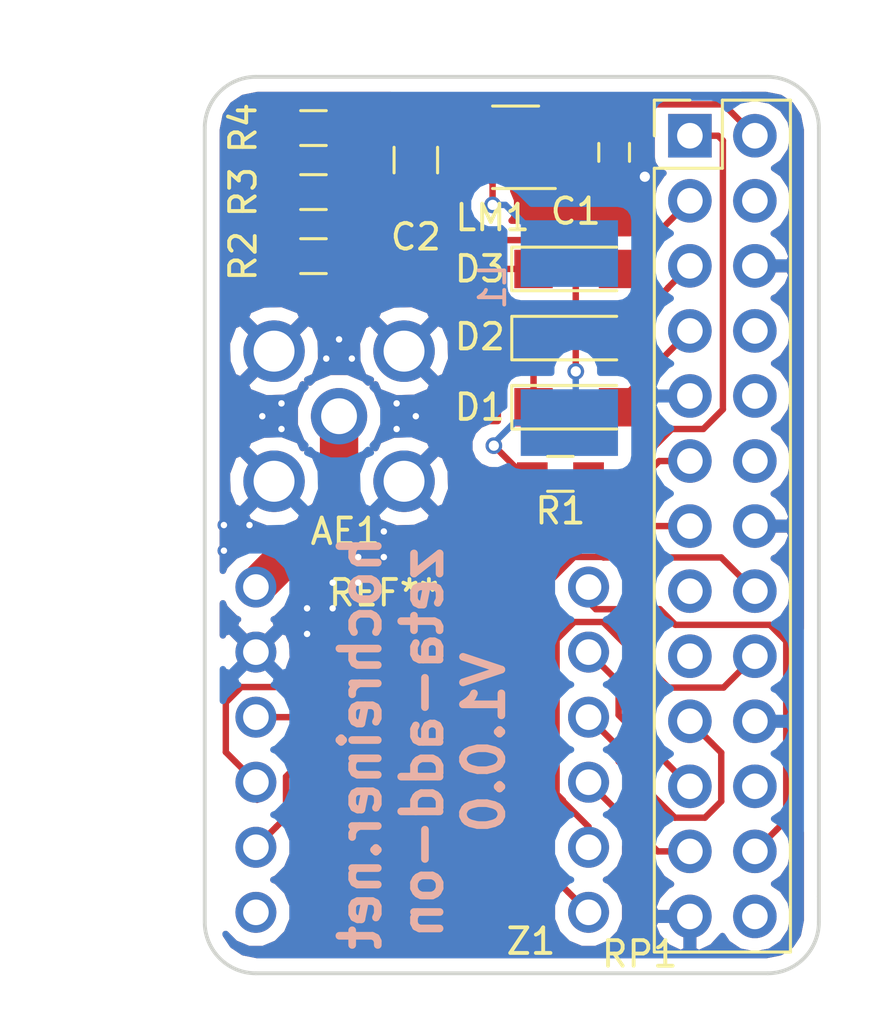
<source format=kicad_pcb>
(kicad_pcb (version 4) (host pcbnew 4.0.6)

  (general
    (links 59)
    (no_connects 0)
    (area 95 95 130.000001 135.000001)
    (thickness 1.6)
    (drawings 10)
    (tracks 145)
    (zones 0)
    (modules 34)
    (nets 21)
  )

  (page A4)
  (layers
    (0 F.Cu signal)
    (31 B.Cu signal)
    (32 B.Adhes user)
    (33 F.Adhes user)
    (34 B.Paste user)
    (35 F.Paste user)
    (36 B.SilkS user)
    (37 F.SilkS user)
    (38 B.Mask user)
    (39 F.Mask user)
    (40 Dwgs.User user)
    (41 Cmts.User user)
    (42 Eco1.User user hide)
    (43 Eco2.User user hide)
    (44 Edge.Cuts user)
    (45 Margin user)
    (46 B.CrtYd user)
    (47 F.CrtYd user)
    (48 B.Fab user)
    (49 F.Fab user)
  )

  (setup
    (last_trace_width 0.25)
    (user_trace_width 1.5)
    (trace_clearance 0.25)
    (zone_clearance 0.508)
    (zone_45_only no)
    (trace_min 0.1)
    (segment_width 0.2)
    (edge_width 0.15)
    (via_size 0.65)
    (via_drill 0.4)
    (via_min_size 0.45)
    (via_min_drill 0.2)
    (uvia_size 0.3)
    (uvia_drill 0.1)
    (uvias_allowed no)
    (uvia_min_size 0.2)
    (uvia_min_drill 0.1)
    (pcb_text_width 0.3)
    (pcb_text_size 1.5 1.5)
    (mod_edge_width 0.15)
    (mod_text_size 1 1)
    (mod_text_width 0.15)
    (pad_size 0.5 0.5)
    (pad_drill 0.25)
    (pad_to_mask_clearance 0.2)
    (aux_axis_origin 0 0)
    (visible_elements FFFFFF7F)
    (pcbplotparams
      (layerselection 0x00030_80000001)
      (usegerberextensions false)
      (excludeedgelayer true)
      (linewidth 0.100000)
      (plotframeref false)
      (viasonmask false)
      (mode 1)
      (useauxorigin false)
      (hpglpennumber 1)
      (hpglpenspeed 20)
      (hpglpendiameter 15)
      (hpglpenoverlay 2)
      (psnegative false)
      (psa4output false)
      (plotreference true)
      (plotvalue true)
      (plotinvisibletext false)
      (padsonsilk false)
      (subtractmaskfromsilk false)
      (outputformat 1)
      (mirror false)
      (drillshape 1)
      (scaleselection 1)
      (outputdirectory ""))
  )

  (net 0 "")
  (net 1 "Net-(AE1-Pad1)")
  (net 2 /5V)
  (net 3 GND)
  (net 4 /3V3)
  (net 5 /LED1)
  (net 6 "Net-(D1-Pad1)")
  (net 7 /LED2)
  (net 8 "Net-(D2-Pad1)")
  (net 9 /LED3)
  (net 10 "Net-(D3-Pad1)")
  (net 11 "Net-(L1-Pad2)")
  (net 12 "Net-(R1-Pad1)")
  (net 13 "Net-(RP1-Pad11)")
  (net 14 "Net-(RP1-Pad13)")
  (net 15 /GPIO1)
  (net 16 /GPIO2)
  (net 17 "Net-(RP1-Pad19)")
  (net 18 "Net-(RP1-Pad21)")
  (net 19 "Net-(RP1-Pad23)")
  (net 20 "Net-(RP1-Pad24)")

  (net_class Default "This is the default net class."
    (clearance 0.25)
    (trace_width 0.25)
    (via_dia 0.65)
    (via_drill 0.4)
    (uvia_dia 0.3)
    (uvia_drill 0.1)
    (add_net /3V3)
    (add_net /5V)
    (add_net /GPIO1)
    (add_net /GPIO2)
    (add_net /LED1)
    (add_net /LED2)
    (add_net /LED3)
    (add_net GND)
    (add_net "Net-(AE1-Pad1)")
    (add_net "Net-(D1-Pad1)")
    (add_net "Net-(D2-Pad1)")
    (add_net "Net-(D3-Pad1)")
    (add_net "Net-(L1-Pad2)")
    (add_net "Net-(R1-Pad1)")
    (add_net "Net-(RP1-Pad11)")
    (add_net "Net-(RP1-Pad13)")
    (add_net "Net-(RP1-Pad19)")
    (add_net "Net-(RP1-Pad21)")
    (add_net "Net-(RP1-Pad23)")
    (add_net "Net-(RP1-Pad24)")
  )

  (module STICH (layer F.Cu) (tedit 5990026A) (tstamp 5990010D)
    (at 109 116.75)
    (fp_text reference REF** (at 0 2.4) (layer F.SilkS) hide
      (effects (font (size 1 1) (thickness 0.15)))
    )
    (fp_text value STICH (at -0.05 -2.5) (layer F.Fab) hide
      (effects (font (size 1 1) (thickness 0.15)))
    )
    (pad 1 thru_hole circle (at 0 0) (size 0.5 0.5) (drill 0.25) (layers *.Cu)
      (net 3 GND) (zone_connect 2))
  )

  (module Capacitors_SMD:C_0603_HandSoldering (layer F.Cu) (tedit 58AA848B) (tstamp 598EC302)
    (at 119 100.95 270)
    (descr "Capacitor SMD 0603, hand soldering")
    (tags "capacitor 0603")
    (path /598B5F30)
    (attr smd)
    (fp_text reference C1 (at 2.3 1.5 360) (layer F.SilkS)
      (effects (font (size 1 1) (thickness 0.15)))
    )
    (fp_text value 4.7µF (at 0 1.5 270) (layer F.Fab)
      (effects (font (size 1 1) (thickness 0.15)))
    )
    (fp_text user %R (at 0 -1.25 270) (layer F.Fab)
      (effects (font (size 1 1) (thickness 0.15)))
    )
    (fp_line (start -0.8 0.4) (end -0.8 -0.4) (layer F.Fab) (width 0.1))
    (fp_line (start 0.8 0.4) (end -0.8 0.4) (layer F.Fab) (width 0.1))
    (fp_line (start 0.8 -0.4) (end 0.8 0.4) (layer F.Fab) (width 0.1))
    (fp_line (start -0.8 -0.4) (end 0.8 -0.4) (layer F.Fab) (width 0.1))
    (fp_line (start -0.35 -0.6) (end 0.35 -0.6) (layer F.SilkS) (width 0.12))
    (fp_line (start 0.35 0.6) (end -0.35 0.6) (layer F.SilkS) (width 0.12))
    (fp_line (start -1.8 -0.65) (end 1.8 -0.65) (layer F.CrtYd) (width 0.05))
    (fp_line (start -1.8 -0.65) (end -1.8 0.65) (layer F.CrtYd) (width 0.05))
    (fp_line (start 1.8 0.65) (end 1.8 -0.65) (layer F.CrtYd) (width 0.05))
    (fp_line (start 1.8 0.65) (end -1.8 0.65) (layer F.CrtYd) (width 0.05))
    (pad 1 smd rect (at -0.95 0 270) (size 1.2 0.75) (layers F.Cu F.Paste F.Mask)
      (net 2 /5V))
    (pad 2 smd rect (at 0.95 0 270) (size 1.2 0.75) (layers F.Cu F.Paste F.Mask)
      (net 3 GND))
    (model Capacitors_SMD.3dshapes/C_0603.wrl
      (at (xyz 0 0 0))
      (scale (xyz 1 1 1))
      (rotate (xyz 0 0 0))
    )
  )

  (module Capacitors_SMD:C_0805_HandSoldering (layer F.Cu) (tedit 58AA84A8) (tstamp 598EC308)
    (at 111.25 101.25 90)
    (descr "Capacitor SMD 0805, hand soldering")
    (tags "capacitor 0805")
    (path /598B604A)
    (attr smd)
    (fp_text reference C2 (at -3 0 180) (layer F.SilkS)
      (effects (font (size 1 1) (thickness 0.15)))
    )
    (fp_text value 10µF (at 0 1.75 90) (layer F.Fab)
      (effects (font (size 1 1) (thickness 0.15)))
    )
    (fp_text user %R (at 0 -1.75 90) (layer F.Fab)
      (effects (font (size 1 1) (thickness 0.15)))
    )
    (fp_line (start -1 0.62) (end -1 -0.62) (layer F.Fab) (width 0.1))
    (fp_line (start 1 0.62) (end -1 0.62) (layer F.Fab) (width 0.1))
    (fp_line (start 1 -0.62) (end 1 0.62) (layer F.Fab) (width 0.1))
    (fp_line (start -1 -0.62) (end 1 -0.62) (layer F.Fab) (width 0.1))
    (fp_line (start 0.5 -0.85) (end -0.5 -0.85) (layer F.SilkS) (width 0.12))
    (fp_line (start -0.5 0.85) (end 0.5 0.85) (layer F.SilkS) (width 0.12))
    (fp_line (start -2.25 -0.88) (end 2.25 -0.88) (layer F.CrtYd) (width 0.05))
    (fp_line (start -2.25 -0.88) (end -2.25 0.87) (layer F.CrtYd) (width 0.05))
    (fp_line (start 2.25 0.87) (end 2.25 -0.88) (layer F.CrtYd) (width 0.05))
    (fp_line (start 2.25 0.87) (end -2.25 0.87) (layer F.CrtYd) (width 0.05))
    (pad 1 smd rect (at -1.25 0 90) (size 1.5 1.25) (layers F.Cu F.Paste F.Mask)
      (net 4 /3V3))
    (pad 2 smd rect (at 1.25 0 90) (size 1.5 1.25) (layers F.Cu F.Paste F.Mask)
      (net 3 GND))
    (model Capacitors_SMD.3dshapes/C_0805.wrl
      (at (xyz 0 0 0))
      (scale (xyz 1 1 1))
      (rotate (xyz 0 0 0))
    )
  )

  (module LEDs:LED_1206 (layer F.Cu) (tedit 57FE943C) (tstamp 598EC30E)
    (at 117.5 110.9)
    (descr "LED 1206 smd package")
    (tags "LED led 1206 SMD smd SMT smt smdled SMDLED smtled SMTLED")
    (path /598CAF39)
    (attr smd)
    (fp_text reference D1 (at -3.75 0) (layer F.SilkS)
      (effects (font (size 1 1) (thickness 0.15)))
    )
    (fp_text value LED (at 0 1.7) (layer F.Fab)
      (effects (font (size 1 1) (thickness 0.15)))
    )
    (fp_line (start -2.5 -0.85) (end -2.5 0.85) (layer F.SilkS) (width 0.12))
    (fp_line (start -0.45 -0.4) (end -0.45 0.4) (layer F.Fab) (width 0.1))
    (fp_line (start -0.4 0) (end 0.2 -0.4) (layer F.Fab) (width 0.1))
    (fp_line (start 0.2 0.4) (end -0.4 0) (layer F.Fab) (width 0.1))
    (fp_line (start 0.2 -0.4) (end 0.2 0.4) (layer F.Fab) (width 0.1))
    (fp_line (start 1.6 0.8) (end -1.6 0.8) (layer F.Fab) (width 0.1))
    (fp_line (start 1.6 -0.8) (end 1.6 0.8) (layer F.Fab) (width 0.1))
    (fp_line (start -1.6 -0.8) (end 1.6 -0.8) (layer F.Fab) (width 0.1))
    (fp_line (start -1.6 0.8) (end -1.6 -0.8) (layer F.Fab) (width 0.1))
    (fp_line (start -2.45 0.85) (end 1.6 0.85) (layer F.SilkS) (width 0.12))
    (fp_line (start -2.45 -0.85) (end 1.6 -0.85) (layer F.SilkS) (width 0.12))
    (fp_line (start 2.65 -1) (end 2.65 1) (layer F.CrtYd) (width 0.05))
    (fp_line (start 2.65 1) (end -2.65 1) (layer F.CrtYd) (width 0.05))
    (fp_line (start -2.65 1) (end -2.65 -1) (layer F.CrtYd) (width 0.05))
    (fp_line (start -2.65 -1) (end 2.65 -1) (layer F.CrtYd) (width 0.05))
    (pad 2 smd rect (at 1.65 0 180) (size 1.5 1.5) (layers F.Cu F.Paste F.Mask)
      (net 5 /LED1))
    (pad 1 smd rect (at -1.65 0 180) (size 1.5 1.5) (layers F.Cu F.Paste F.Mask)
      (net 6 "Net-(D1-Pad1)"))
    (model LEDs.3dshapes/LED_1206.wrl
      (at (xyz 0 0 0))
      (scale (xyz 1 1 1))
      (rotate (xyz 0 0 180))
    )
  )

  (module LEDs:LED_1206 (layer F.Cu) (tedit 57FE943C) (tstamp 598EC314)
    (at 117.5 108.2)
    (descr "LED 1206 smd package")
    (tags "LED led 1206 SMD smd SMT smt smdled SMDLED smtled SMTLED")
    (path /598CAFA6)
    (attr smd)
    (fp_text reference D2 (at -3.75 -0.05) (layer F.SilkS)
      (effects (font (size 1 1) (thickness 0.15)))
    )
    (fp_text value LED (at 0 1.7) (layer F.Fab)
      (effects (font (size 1 1) (thickness 0.15)))
    )
    (fp_line (start -2.5 -0.85) (end -2.5 0.85) (layer F.SilkS) (width 0.12))
    (fp_line (start -0.45 -0.4) (end -0.45 0.4) (layer F.Fab) (width 0.1))
    (fp_line (start -0.4 0) (end 0.2 -0.4) (layer F.Fab) (width 0.1))
    (fp_line (start 0.2 0.4) (end -0.4 0) (layer F.Fab) (width 0.1))
    (fp_line (start 0.2 -0.4) (end 0.2 0.4) (layer F.Fab) (width 0.1))
    (fp_line (start 1.6 0.8) (end -1.6 0.8) (layer F.Fab) (width 0.1))
    (fp_line (start 1.6 -0.8) (end 1.6 0.8) (layer F.Fab) (width 0.1))
    (fp_line (start -1.6 -0.8) (end 1.6 -0.8) (layer F.Fab) (width 0.1))
    (fp_line (start -1.6 0.8) (end -1.6 -0.8) (layer F.Fab) (width 0.1))
    (fp_line (start -2.45 0.85) (end 1.6 0.85) (layer F.SilkS) (width 0.12))
    (fp_line (start -2.45 -0.85) (end 1.6 -0.85) (layer F.SilkS) (width 0.12))
    (fp_line (start 2.65 -1) (end 2.65 1) (layer F.CrtYd) (width 0.05))
    (fp_line (start 2.65 1) (end -2.65 1) (layer F.CrtYd) (width 0.05))
    (fp_line (start -2.65 1) (end -2.65 -1) (layer F.CrtYd) (width 0.05))
    (fp_line (start -2.65 -1) (end 2.65 -1) (layer F.CrtYd) (width 0.05))
    (pad 2 smd rect (at 1.65 0 180) (size 1.5 1.5) (layers F.Cu F.Paste F.Mask)
      (net 7 /LED2))
    (pad 1 smd rect (at -1.65 0 180) (size 1.5 1.5) (layers F.Cu F.Paste F.Mask)
      (net 8 "Net-(D2-Pad1)"))
    (model LEDs.3dshapes/LED_1206.wrl
      (at (xyz 0 0 0))
      (scale (xyz 1 1 1))
      (rotate (xyz 0 0 180))
    )
  )

  (module LEDs:LED_1206 (layer F.Cu) (tedit 57FE943C) (tstamp 598EC31A)
    (at 117.5 105.5)
    (descr "LED 1206 smd package")
    (tags "LED led 1206 SMD smd SMT smt smdled SMDLED smtled SMTLED")
    (path /598CAFD3)
    (attr smd)
    (fp_text reference D3 (at -3.75 0) (layer F.SilkS)
      (effects (font (size 1 1) (thickness 0.15)))
    )
    (fp_text value LED (at 0 1.7) (layer F.Fab)
      (effects (font (size 1 1) (thickness 0.15)))
    )
    (fp_line (start -2.5 -0.85) (end -2.5 0.85) (layer F.SilkS) (width 0.12))
    (fp_line (start -0.45 -0.4) (end -0.45 0.4) (layer F.Fab) (width 0.1))
    (fp_line (start -0.4 0) (end 0.2 -0.4) (layer F.Fab) (width 0.1))
    (fp_line (start 0.2 0.4) (end -0.4 0) (layer F.Fab) (width 0.1))
    (fp_line (start 0.2 -0.4) (end 0.2 0.4) (layer F.Fab) (width 0.1))
    (fp_line (start 1.6 0.8) (end -1.6 0.8) (layer F.Fab) (width 0.1))
    (fp_line (start 1.6 -0.8) (end 1.6 0.8) (layer F.Fab) (width 0.1))
    (fp_line (start -1.6 -0.8) (end 1.6 -0.8) (layer F.Fab) (width 0.1))
    (fp_line (start -1.6 0.8) (end -1.6 -0.8) (layer F.Fab) (width 0.1))
    (fp_line (start -2.45 0.85) (end 1.6 0.85) (layer F.SilkS) (width 0.12))
    (fp_line (start -2.45 -0.85) (end 1.6 -0.85) (layer F.SilkS) (width 0.12))
    (fp_line (start 2.65 -1) (end 2.65 1) (layer F.CrtYd) (width 0.05))
    (fp_line (start 2.65 1) (end -2.65 1) (layer F.CrtYd) (width 0.05))
    (fp_line (start -2.65 1) (end -2.65 -1) (layer F.CrtYd) (width 0.05))
    (fp_line (start -2.65 -1) (end 2.65 -1) (layer F.CrtYd) (width 0.05))
    (pad 2 smd rect (at 1.65 0 180) (size 1.5 1.5) (layers F.Cu F.Paste F.Mask)
      (net 9 /LED3))
    (pad 1 smd rect (at -1.65 0 180) (size 1.5 1.5) (layers F.Cu F.Paste F.Mask)
      (net 10 "Net-(D3-Pad1)"))
    (model LEDs.3dshapes/LED_1206.wrl
      (at (xyz 0 0 0))
      (scale (xyz 1 1 1))
      (rotate (xyz 0 0 180))
    )
  )

  (module zeta-add-on:INDUCTOR (layer B.Cu) (tedit 598EC22F) (tstamp 598EC320)
    (at 117.25 108.2 90)
    (path /598B6011)
    (fp_text reference L1 (at 2 -3 90) (layer B.SilkS)
      (effects (font (size 1 1) (thickness 0.15)) (justify mirror))
    )
    (fp_text value 10µH (at 0 3 90) (layer B.Fab)
      (effects (font (size 1 1) (thickness 0.15)) (justify mirror))
    )
    (pad 1 smd rect (at -3.3 0 90) (size 2.6 3.8) (layers B.Cu B.Paste B.Mask)
      (net 4 /3V3))
    (pad 2 smd rect (at 3.3 0 90) (size 2.6 3.8) (layers B.Cu B.Paste B.Mask)
      (net 11 "Net-(L1-Pad2)"))
  )

  (module TO_SOT_Packages_SMD:SOT-23-5_HandSoldering (layer F.Cu) (tedit 583F3A3F) (tstamp 598EC329)
    (at 115.15 100.75 180)
    (descr "5-pin SOT23 package")
    (tags "SOT-23-5 hand-soldering")
    (path /598B5ECF)
    (attr smd)
    (fp_text reference LM1 (at 0.9 -2.75 180) (layer F.SilkS)
      (effects (font (size 1 1) (thickness 0.15)))
    )
    (fp_text value LM3670 (at 0 2.9 180) (layer F.Fab)
      (effects (font (size 1 1) (thickness 0.15)))
    )
    (fp_line (start -0.9 1.61) (end 0.9 1.61) (layer F.SilkS) (width 0.12))
    (fp_line (start 0.9 -1.61) (end -1.55 -1.61) (layer F.SilkS) (width 0.12))
    (fp_line (start -0.9 -0.9) (end -0.25 -1.55) (layer F.Fab) (width 0.1))
    (fp_line (start 0.9 -1.55) (end -0.25 -1.55) (layer F.Fab) (width 0.1))
    (fp_line (start -0.9 -0.9) (end -0.9 1.55) (layer F.Fab) (width 0.1))
    (fp_line (start 0.9 1.55) (end -0.9 1.55) (layer F.Fab) (width 0.1))
    (fp_line (start 0.9 -1.55) (end 0.9 1.55) (layer F.Fab) (width 0.1))
    (fp_line (start -2.38 -1.8) (end 2.38 -1.8) (layer F.CrtYd) (width 0.05))
    (fp_line (start -2.38 -1.8) (end -2.38 1.8) (layer F.CrtYd) (width 0.05))
    (fp_line (start 2.38 1.8) (end 2.38 -1.8) (layer F.CrtYd) (width 0.05))
    (fp_line (start 2.38 1.8) (end -2.38 1.8) (layer F.CrtYd) (width 0.05))
    (pad 1 smd rect (at -1.35 -0.95 180) (size 1.56 0.65) (layers F.Cu F.Paste F.Mask)
      (net 2 /5V))
    (pad 2 smd rect (at -1.35 0 180) (size 1.56 0.65) (layers F.Cu F.Paste F.Mask)
      (net 3 GND))
    (pad 3 smd rect (at -1.35 0.95 180) (size 1.56 0.65) (layers F.Cu F.Paste F.Mask)
      (net 2 /5V))
    (pad 4 smd rect (at 1.35 0.95 180) (size 1.56 0.65) (layers F.Cu F.Paste F.Mask)
      (net 4 /3V3))
    (pad 5 smd rect (at 1.35 -0.95 180) (size 1.56 0.65) (layers F.Cu F.Paste F.Mask)
      (net 11 "Net-(L1-Pad2)"))
    (model TO_SOT_Packages_SMD.3dshapes\SOT-23-5.wrl
      (at (xyz 0 0 0))
      (scale (xyz 1 1 1))
      (rotate (xyz 0 0 0))
    )
  )

  (module Resistors_SMD:R_0603_HandSoldering (layer F.Cu) (tedit 58AAD9E8) (tstamp 598EC32F)
    (at 116.9 113.5 180)
    (descr "Resistor SMD 0603, hand soldering")
    (tags "resistor 0603")
    (path /598CA1E8)
    (attr smd)
    (fp_text reference R1 (at 0 -1.45 180) (layer F.SilkS)
      (effects (font (size 1 1) (thickness 0.15)))
    )
    (fp_text value 0 (at 0 1.55 180) (layer F.Fab)
      (effects (font (size 1 1) (thickness 0.15)))
    )
    (fp_text user %R (at 0 -1.45 180) (layer F.Fab)
      (effects (font (size 1 1) (thickness 0.15)))
    )
    (fp_line (start -0.8 0.4) (end -0.8 -0.4) (layer F.Fab) (width 0.1))
    (fp_line (start 0.8 0.4) (end -0.8 0.4) (layer F.Fab) (width 0.1))
    (fp_line (start 0.8 -0.4) (end 0.8 0.4) (layer F.Fab) (width 0.1))
    (fp_line (start -0.8 -0.4) (end 0.8 -0.4) (layer F.Fab) (width 0.1))
    (fp_line (start 0.5 0.68) (end -0.5 0.68) (layer F.SilkS) (width 0.12))
    (fp_line (start -0.5 -0.68) (end 0.5 -0.68) (layer F.SilkS) (width 0.12))
    (fp_line (start -1.96 -0.7) (end 1.95 -0.7) (layer F.CrtYd) (width 0.05))
    (fp_line (start -1.96 -0.7) (end -1.96 0.7) (layer F.CrtYd) (width 0.05))
    (fp_line (start 1.95 0.7) (end 1.95 -0.7) (layer F.CrtYd) (width 0.05))
    (fp_line (start 1.95 0.7) (end -1.96 0.7) (layer F.CrtYd) (width 0.05))
    (pad 1 smd rect (at -1.1 0 180) (size 1.2 0.9) (layers F.Cu F.Paste F.Mask)
      (net 12 "Net-(R1-Pad1)"))
    (pad 2 smd rect (at 1.1 0 180) (size 1.2 0.9) (layers F.Cu F.Paste F.Mask)
      (net 4 /3V3))
    (model Resistors_SMD.3dshapes/R_0603.wrl
      (at (xyz 0 0 0))
      (scale (xyz 1 1 1))
      (rotate (xyz 0 0 0))
    )
  )

  (module Resistors_SMD:R_0603_HandSoldering (layer F.Cu) (tedit 58AAD9E8) (tstamp 598EC335)
    (at 107.25 105)
    (descr "Resistor SMD 0603, hand soldering")
    (tags "resistor 0603")
    (path /598CB002)
    (attr smd)
    (fp_text reference R2 (at -2.75 0 90) (layer F.SilkS)
      (effects (font (size 1 1) (thickness 0.15)))
    )
    (fp_text value 50 (at 0 1.55) (layer F.Fab)
      (effects (font (size 1 1) (thickness 0.15)))
    )
    (fp_text user %R (at 0 -1.45) (layer F.Fab)
      (effects (font (size 1 1) (thickness 0.15)))
    )
    (fp_line (start -0.8 0.4) (end -0.8 -0.4) (layer F.Fab) (width 0.1))
    (fp_line (start 0.8 0.4) (end -0.8 0.4) (layer F.Fab) (width 0.1))
    (fp_line (start 0.8 -0.4) (end 0.8 0.4) (layer F.Fab) (width 0.1))
    (fp_line (start -0.8 -0.4) (end 0.8 -0.4) (layer F.Fab) (width 0.1))
    (fp_line (start 0.5 0.68) (end -0.5 0.68) (layer F.SilkS) (width 0.12))
    (fp_line (start -0.5 -0.68) (end 0.5 -0.68) (layer F.SilkS) (width 0.12))
    (fp_line (start -1.96 -0.7) (end 1.95 -0.7) (layer F.CrtYd) (width 0.05))
    (fp_line (start -1.96 -0.7) (end -1.96 0.7) (layer F.CrtYd) (width 0.05))
    (fp_line (start 1.95 0.7) (end 1.95 -0.7) (layer F.CrtYd) (width 0.05))
    (fp_line (start 1.95 0.7) (end -1.96 0.7) (layer F.CrtYd) (width 0.05))
    (pad 1 smd rect (at -1.1 0) (size 1.2 0.9) (layers F.Cu F.Paste F.Mask)
      (net 3 GND))
    (pad 2 smd rect (at 1.1 0) (size 1.2 0.9) (layers F.Cu F.Paste F.Mask)
      (net 6 "Net-(D1-Pad1)"))
    (model Resistors_SMD.3dshapes/R_0603.wrl
      (at (xyz 0 0 0))
      (scale (xyz 1 1 1))
      (rotate (xyz 0 0 0))
    )
  )

  (module Resistors_SMD:R_0603_HandSoldering (layer F.Cu) (tedit 58AAD9E8) (tstamp 598EC33B)
    (at 107.25 102.5)
    (descr "Resistor SMD 0603, hand soldering")
    (tags "resistor 0603")
    (path /598CB031)
    (attr smd)
    (fp_text reference R3 (at -2.75 0 90) (layer F.SilkS)
      (effects (font (size 1 1) (thickness 0.15)))
    )
    (fp_text value 50 (at 0 1.55) (layer F.Fab)
      (effects (font (size 1 1) (thickness 0.15)))
    )
    (fp_text user %R (at 0 -1.45) (layer F.Fab)
      (effects (font (size 1 1) (thickness 0.15)))
    )
    (fp_line (start -0.8 0.4) (end -0.8 -0.4) (layer F.Fab) (width 0.1))
    (fp_line (start 0.8 0.4) (end -0.8 0.4) (layer F.Fab) (width 0.1))
    (fp_line (start 0.8 -0.4) (end 0.8 0.4) (layer F.Fab) (width 0.1))
    (fp_line (start -0.8 -0.4) (end 0.8 -0.4) (layer F.Fab) (width 0.1))
    (fp_line (start 0.5 0.68) (end -0.5 0.68) (layer F.SilkS) (width 0.12))
    (fp_line (start -0.5 -0.68) (end 0.5 -0.68) (layer F.SilkS) (width 0.12))
    (fp_line (start -1.96 -0.7) (end 1.95 -0.7) (layer F.CrtYd) (width 0.05))
    (fp_line (start -1.96 -0.7) (end -1.96 0.7) (layer F.CrtYd) (width 0.05))
    (fp_line (start 1.95 0.7) (end 1.95 -0.7) (layer F.CrtYd) (width 0.05))
    (fp_line (start 1.95 0.7) (end -1.96 0.7) (layer F.CrtYd) (width 0.05))
    (pad 1 smd rect (at -1.1 0) (size 1.2 0.9) (layers F.Cu F.Paste F.Mask)
      (net 3 GND))
    (pad 2 smd rect (at 1.1 0) (size 1.2 0.9) (layers F.Cu F.Paste F.Mask)
      (net 8 "Net-(D2-Pad1)"))
    (model Resistors_SMD.3dshapes/R_0603.wrl
      (at (xyz 0 0 0))
      (scale (xyz 1 1 1))
      (rotate (xyz 0 0 0))
    )
  )

  (module Resistors_SMD:R_0603_HandSoldering (layer F.Cu) (tedit 58AAD9E8) (tstamp 598EC341)
    (at 107.25 100)
    (descr "Resistor SMD 0603, hand soldering")
    (tags "resistor 0603")
    (path /598CB062)
    (attr smd)
    (fp_text reference R4 (at -2.75 0 90) (layer F.SilkS)
      (effects (font (size 1 1) (thickness 0.15)))
    )
    (fp_text value 50 (at 0 1.55) (layer F.Fab)
      (effects (font (size 1 1) (thickness 0.15)))
    )
    (fp_text user %R (at 0 -1.45) (layer F.Fab)
      (effects (font (size 1 1) (thickness 0.15)))
    )
    (fp_line (start -0.8 0.4) (end -0.8 -0.4) (layer F.Fab) (width 0.1))
    (fp_line (start 0.8 0.4) (end -0.8 0.4) (layer F.Fab) (width 0.1))
    (fp_line (start 0.8 -0.4) (end 0.8 0.4) (layer F.Fab) (width 0.1))
    (fp_line (start -0.8 -0.4) (end 0.8 -0.4) (layer F.Fab) (width 0.1))
    (fp_line (start 0.5 0.68) (end -0.5 0.68) (layer F.SilkS) (width 0.12))
    (fp_line (start -0.5 -0.68) (end 0.5 -0.68) (layer F.SilkS) (width 0.12))
    (fp_line (start -1.96 -0.7) (end 1.95 -0.7) (layer F.CrtYd) (width 0.05))
    (fp_line (start -1.96 -0.7) (end -1.96 0.7) (layer F.CrtYd) (width 0.05))
    (fp_line (start 1.95 0.7) (end 1.95 -0.7) (layer F.CrtYd) (width 0.05))
    (fp_line (start 1.95 0.7) (end -1.96 0.7) (layer F.CrtYd) (width 0.05))
    (pad 1 smd rect (at -1.1 0) (size 1.2 0.9) (layers F.Cu F.Paste F.Mask)
      (net 3 GND))
    (pad 2 smd rect (at 1.1 0) (size 1.2 0.9) (layers F.Cu F.Paste F.Mask)
      (net 10 "Net-(D3-Pad1)"))
    (model Resistors_SMD.3dshapes/R_0603.wrl
      (at (xyz 0 0 0))
      (scale (xyz 1 1 1))
      (rotate (xyz 0 0 0))
    )
  )

  (module Pin_Headers:Pin_Header_Straight_2x13_Pitch2.54mm (layer F.Cu) (tedit 5862ED54) (tstamp 598EC35F)
    (at 121.96 100.3)
    (descr "Through hole straight pin header, 2x13, 2.54mm pitch, double rows")
    (tags "Through hole pin header THT 2x13 2.54mm double row")
    (path /598A0A15)
    (fp_text reference RP1 (at -1.96 31.95) (layer F.SilkS)
      (effects (font (size 1 1) (thickness 0.15)))
    )
    (fp_text value RaspberryPi (at 1.27 32.87) (layer F.Fab)
      (effects (font (size 1 1) (thickness 0.15)))
    )
    (fp_line (start -1.27 -1.27) (end -1.27 31.75) (layer F.Fab) (width 0.1))
    (fp_line (start -1.27 31.75) (end 3.81 31.75) (layer F.Fab) (width 0.1))
    (fp_line (start 3.81 31.75) (end 3.81 -1.27) (layer F.Fab) (width 0.1))
    (fp_line (start 3.81 -1.27) (end -1.27 -1.27) (layer F.Fab) (width 0.1))
    (fp_line (start -1.39 1.27) (end -1.39 31.87) (layer F.SilkS) (width 0.12))
    (fp_line (start -1.39 31.87) (end 3.93 31.87) (layer F.SilkS) (width 0.12))
    (fp_line (start 3.93 31.87) (end 3.93 -1.39) (layer F.SilkS) (width 0.12))
    (fp_line (start 3.93 -1.39) (end 1.27 -1.39) (layer F.SilkS) (width 0.12))
    (fp_line (start 1.27 -1.39) (end 1.27 1.27) (layer F.SilkS) (width 0.12))
    (fp_line (start 1.27 1.27) (end -1.39 1.27) (layer F.SilkS) (width 0.12))
    (fp_line (start -1.39 0) (end -1.39 -1.39) (layer F.SilkS) (width 0.12))
    (fp_line (start -1.39 -1.39) (end 0 -1.39) (layer F.SilkS) (width 0.12))
    (fp_line (start -1.6 -1.6) (end -1.6 32) (layer F.CrtYd) (width 0.05))
    (fp_line (start -1.6 32) (end 4.1 32) (layer F.CrtYd) (width 0.05))
    (fp_line (start 4.1 32) (end 4.1 -1.6) (layer F.CrtYd) (width 0.05))
    (fp_line (start 4.1 -1.6) (end -1.6 -1.6) (layer F.CrtYd) (width 0.05))
    (pad 1 thru_hole rect (at 0 0) (size 1.7 1.7) (drill 1) (layers *.Cu *.Mask)
      (net 12 "Net-(R1-Pad1)"))
    (pad 2 thru_hole oval (at 2.54 0) (size 1.7 1.7) (drill 1) (layers *.Cu *.Mask)
      (net 2 /5V))
    (pad 3 thru_hole oval (at 0 2.54) (size 1.7 1.7) (drill 1) (layers *.Cu *.Mask)
      (net 9 /LED3))
    (pad 4 thru_hole oval (at 2.54 2.54) (size 1.7 1.7) (drill 1) (layers *.Cu *.Mask))
    (pad 5 thru_hole oval (at 0 5.08) (size 1.7 1.7) (drill 1) (layers *.Cu *.Mask)
      (net 7 /LED2))
    (pad 6 thru_hole oval (at 2.54 5.08) (size 1.7 1.7) (drill 1) (layers *.Cu *.Mask)
      (net 3 GND))
    (pad 7 thru_hole oval (at 0 7.62) (size 1.7 1.7) (drill 1) (layers *.Cu *.Mask)
      (net 5 /LED1))
    (pad 8 thru_hole oval (at 2.54 7.62) (size 1.7 1.7) (drill 1) (layers *.Cu *.Mask))
    (pad 9 thru_hole oval (at 0 10.16) (size 1.7 1.7) (drill 1) (layers *.Cu *.Mask)
      (net 3 GND))
    (pad 10 thru_hole oval (at 2.54 10.16) (size 1.7 1.7) (drill 1) (layers *.Cu *.Mask))
    (pad 11 thru_hole oval (at 0 12.7) (size 1.7 1.7) (drill 1) (layers *.Cu *.Mask)
      (net 13 "Net-(RP1-Pad11)"))
    (pad 12 thru_hole oval (at 2.54 12.7) (size 1.7 1.7) (drill 1) (layers *.Cu *.Mask))
    (pad 13 thru_hole oval (at 0 15.24) (size 1.7 1.7) (drill 1) (layers *.Cu *.Mask)
      (net 14 "Net-(RP1-Pad13)"))
    (pad 14 thru_hole oval (at 2.54 15.24) (size 1.7 1.7) (drill 1) (layers *.Cu *.Mask)
      (net 3 GND))
    (pad 15 thru_hole oval (at 0 17.78) (size 1.7 1.7) (drill 1) (layers *.Cu *.Mask))
    (pad 16 thru_hole oval (at 2.54 17.78) (size 1.7 1.7) (drill 1) (layers *.Cu *.Mask)
      (net 16 /GPIO2))
    (pad 17 thru_hole oval (at 0 20.32) (size 1.7 1.7) (drill 1) (layers *.Cu *.Mask))
    (pad 18 thru_hole oval (at 2.54 20.32) (size 1.7 1.7) (drill 1) (layers *.Cu *.Mask)
      (net 15 /GPIO1))
    (pad 19 thru_hole oval (at 0 22.86) (size 1.7 1.7) (drill 1) (layers *.Cu *.Mask)
      (net 17 "Net-(RP1-Pad19)"))
    (pad 20 thru_hole oval (at 2.54 22.86) (size 1.7 1.7) (drill 1) (layers *.Cu *.Mask)
      (net 3 GND))
    (pad 21 thru_hole oval (at 0 25.4) (size 1.7 1.7) (drill 1) (layers *.Cu *.Mask)
      (net 18 "Net-(RP1-Pad21)"))
    (pad 22 thru_hole oval (at 2.54 25.4) (size 1.7 1.7) (drill 1) (layers *.Cu *.Mask))
    (pad 23 thru_hole oval (at 0 27.94) (size 1.7 1.7) (drill 1) (layers *.Cu *.Mask)
      (net 19 "Net-(RP1-Pad23)"))
    (pad 24 thru_hole oval (at 2.54 27.94) (size 1.7 1.7) (drill 1) (layers *.Cu *.Mask)
      (net 20 "Net-(RP1-Pad24)"))
    (pad 25 thru_hole oval (at 0 30.48) (size 1.7 1.7) (drill 1) (layers *.Cu *.Mask)
      (net 3 GND))
    (pad 26 thru_hole oval (at 2.54 30.48) (size 1.7 1.7) (drill 1) (layers *.Cu *.Mask))
    (model Pin_Headers.3dshapes/Pin_Header_Straight_2x13_Pitch2.54mm.wrl
      (at (xyz 0.05 -0.6 0))
      (scale (xyz 1 1 1))
      (rotate (xyz 0 0 90))
    )
  )

  (module zeta-add-on:SMA (layer F.Cu) (tedit 598F3BA1) (tstamp 598F54BE)
    (at 108.25 111.25)
    (path /598F3C6E)
    (fp_text reference AE1 (at 0.25 4.5) (layer F.SilkS)
      (effects (font (size 1 1) (thickness 0.15)))
    )
    (fp_text value Antenna_Shield (at 0 2.54) (layer F.Fab)
      (effects (font (size 1 1) (thickness 0.15)))
    )
    (fp_line (start -3.2 3.2) (end -3.2 -3.2) (layer F.CrtYd) (width 0.15))
    (fp_line (start 3.2 3.2) (end -3.2 3.2) (layer F.CrtYd) (width 0.15))
    (fp_line (start 3.2 -3.2) (end 3.2 3.2) (layer F.CrtYd) (width 0.15))
    (fp_line (start -3.2 -3.2) (end 3.2 -3.2) (layer F.CrtYd) (width 0.15))
    (pad 2 thru_hole circle (at -2.54 -2.54) (size 2.4 2.4) (drill 1.6) (layers *.Cu *.Mask)
      (net 3 GND))
    (pad 2 thru_hole circle (at -2.54 2.54) (size 2.4 2.4) (drill 1.6) (layers *.Cu *.Mask)
      (net 3 GND))
    (pad 2 thru_hole circle (at 2.54 2.54) (size 2.4 2.4) (drill 1.6) (layers *.Cu *.Mask)
      (net 3 GND))
    (pad 2 thru_hole circle (at 2.54 -2.54) (size 2.4 2.4) (drill 1.6) (layers *.Cu *.Mask)
      (net 3 GND))
    (pad 1 thru_hole circle (at 0 0) (size 2.2 2.2) (drill 1.4) (layers *.Cu *.Mask)
      (net 1 "Net-(AE1-Pad1)"))
  )

  (module zeta-add-on:ZETA (layer F.Cu) (tedit 598F3F05) (tstamp 598F54CA)
    (at 111.5 124.27)
    (path /59875E61)
    (fp_text reference Z1 (at 4.25 7.48) (layer F.SilkS)
      (effects (font (size 1 1) (thickness 0.15)))
    )
    (fp_text value ZETA (at 0 0) (layer F.Fab)
      (effects (font (size 1 1) (thickness 0.15)))
    )
    (fp_line (start -8.25 -8) (end 8.25 -8) (layer F.CrtYd) (width 0.15))
    (fp_line (start -8.25 8) (end 8.25 8) (layer F.CrtYd) (width 0.15))
    (fp_line (start -8.25 8) (end -8.25 -8) (layer F.CrtYd) (width 0.15))
    (fp_line (start 8.25 8) (end 8.25 -8) (layer F.CrtYd) (width 0.15))
    (pad 1 thru_hole circle (at -6.5 -6.35) (size 1.6 1.6) (drill 1) (layers *.Cu *.Mask)
      (net 1 "Net-(AE1-Pad1)"))
    (pad 2 thru_hole circle (at -6.5 -3.81) (size 1.6 1.6) (drill 1) (layers *.Cu *.Mask)
      (net 3 GND))
    (pad 3 thru_hole circle (at -6.5 -1.27) (size 1.6 1.6) (drill 1) (layers *.Cu *.Mask)
      (net 13 "Net-(RP1-Pad11)"))
    (pad 4 thru_hole circle (at -6.5 1.27) (size 1.6 1.6) (drill 1) (layers *.Cu *.Mask)
      (net 4 /3V3))
    (pad 5 thru_hole circle (at -6.5 3.81) (size 1.6 1.6) (drill 1) (layers *.Cu *.Mask)
      (net 14 "Net-(RP1-Pad13)"))
    (pad 6 thru_hole circle (at -6.5 6.35) (size 1.6 1.6) (drill 1) (layers *.Cu *.Mask))
    (pad 10 thru_hole circle (at 6.5 -1.27) (size 1.6 1.6) (drill 1) (layers *.Cu *.Mask)
      (net 17 "Net-(RP1-Pad19)"))
    (pad 12 thru_hole circle (at 6.5 -6.35) (size 1.6 1.6) (drill 1) (layers *.Cu *.Mask)
      (net 20 "Net-(RP1-Pad24)"))
    (pad 8 thru_hole circle (at 6.5 3.81) (size 1.6 1.6) (drill 1) (layers *.Cu *.Mask)
      (net 15 /GPIO1))
    (pad 7 thru_hole circle (at 6.5 6.35) (size 1.6 1.6) (drill 1) (layers *.Cu *.Mask)
      (net 16 /GPIO2))
    (pad 11 thru_hole circle (at 6.5 -3.81) (size 1.6 1.6) (drill 1) (layers *.Cu *.Mask)
      (net 18 "Net-(RP1-Pad21)"))
    (pad 9 thru_hole circle (at 6.5 1.27) (size 1.6 1.6) (drill 1) (layers *.Cu *.Mask)
      (net 19 "Net-(RP1-Pad23)"))
  )

  (module zeta-add-on:STICH (layer F.Cu) (tedit 59900254) (tstamp 59900108)
    (at 110 115.75)
    (fp_text reference REF** (at 0 2.4) (layer F.SilkS)
      (effects (font (size 1 1) (thickness 0.15)))
    )
    (fp_text value STICH (at -0.05 -2.5) (layer F.Fab) hide
      (effects (font (size 1 1) (thickness 0.15)))
    )
    (pad 1 thru_hole circle (at 0 0) (size 0.5 0.5) (drill 0.25) (layers *.Cu)
      (net 3 GND) (zone_connect 2))
  )

  (module zeta-add-on:STICH (layer F.Cu) (tedit 59900319) (tstamp 5990015D)
    (at 108 117.75)
    (fp_text reference REF** (at 0 2.4) (layer F.SilkS) hide
      (effects (font (size 1 1) (thickness 0.15)))
    )
    (fp_text value STICH (at -0.05 -2.5) (layer F.Fab) hide
      (effects (font (size 1 1) (thickness 0.15)))
    )
    (pad 1 thru_hole circle (at 0 0) (size 0.5 0.5) (drill 0.25) (layers *.Cu)
      (net 3 GND) (zone_connect 2))
  )

  (module zeta-add-on:STICH (layer F.Cu) (tedit 59900325) (tstamp 59900163)
    (at 107 118.75)
    (fp_text reference REF** (at 0 2.4) (layer F.SilkS) hide
      (effects (font (size 1 1) (thickness 0.15)))
    )
    (fp_text value STICH (at -0.05 -2.5) (layer F.Fab) hide
      (effects (font (size 1 1) (thickness 0.15)))
    )
    (pad 1 thru_hole circle (at 0 0) (size 0.5 0.5) (drill 0.25) (layers *.Cu)
      (net 3 GND) (zone_connect 2))
  )

  (module zeta-add-on:STICH (layer F.Cu) (tedit 599003E1) (tstamp 59900176)
    (at 104.75 115.5)
    (fp_text reference REF** (at 0 2.4) (layer F.SilkS) hide
      (effects (font (size 1 1) (thickness 0.15)))
    )
    (fp_text value STICH (at -0.05 -2.5) (layer F.Fab) hide
      (effects (font (size 1 1) (thickness 0.15)))
    )
    (pad 1 thru_hole circle (at 0 0) (size 0.5 0.5) (drill 0.25) (layers *.Cu)
      (net 3 GND) (zone_connect 2))
  )

  (module zeta-add-on:STICH (layer F.Cu) (tedit 599003D5) (tstamp 5990017E)
    (at 103.75 116.5)
    (fp_text reference REF** (at 0 2.4) (layer F.SilkS) hide
      (effects (font (size 1 1) (thickness 0.15)))
    )
    (fp_text value STICH (at -0.05 -2.5) (layer F.Fab) hide
      (effects (font (size 1 1) (thickness 0.15)))
    )
    (pad 1 thru_hole circle (at 0 0) (size 0.5 0.5) (drill 0.25) (layers *.Cu)
      (net 3 GND) (zone_connect 2))
  )

  (module zeta-add-on:STICH (layer F.Cu) (tedit 59900452) (tstamp 59900188)
    (at 110.5 111.75)
    (fp_text reference REF** (at 0 2.4) (layer F.SilkS) hide
      (effects (font (size 1 1) (thickness 0.15)))
    )
    (fp_text value STICH (at -0.05 -2.5) (layer F.Fab) hide
      (effects (font (size 1 1) (thickness 0.15)))
    )
    (pad 1 thru_hole circle (at 0 0) (size 0.5 0.5) (drill 0.25) (layers *.Cu)
      (net 3 GND) (zone_connect 2))
  )

  (module zeta-add-on:STICH (layer F.Cu) (tedit 59900444) (tstamp 5990018D)
    (at 110.5 110.75)
    (fp_text reference REF** (at 0 2.4) (layer F.SilkS) hide
      (effects (font (size 1 1) (thickness 0.15)))
    )
    (fp_text value STICH (at -0.05 -2.5) (layer F.Fab) hide
      (effects (font (size 1 1) (thickness 0.15)))
    )
    (pad 1 thru_hole circle (at 0 0) (size 0.5 0.5) (drill 0.25) (layers *.Cu)
      (net 3 GND) (zone_connect 2))
  )

  (module zeta-add-on:STICH (layer F.Cu) (tedit 5990043A) (tstamp 59900192)
    (at 108.75 109)
    (fp_text reference REF** (at 0 2.4) (layer F.SilkS) hide
      (effects (font (size 1 1) (thickness 0.15)))
    )
    (fp_text value STICH (at -0.05 -2.5) (layer F.Fab) hide
      (effects (font (size 1 1) (thickness 0.15)))
    )
    (pad 1 thru_hole circle (at 0 0) (size 0.5 0.5) (drill 0.25) (layers *.Cu)
      (net 3 GND) (zone_connect 2))
  )

  (module zeta-add-on:STICH (layer F.Cu) (tedit 59900434) (tstamp 5990019C)
    (at 107.75 109)
    (fp_text reference REF** (at 0 2.4) (layer F.SilkS) hide
      (effects (font (size 1 1) (thickness 0.15)))
    )
    (fp_text value STICH (at -0.05 -2.5) (layer F.Fab) hide
      (effects (font (size 1 1) (thickness 0.15)))
    )
    (pad 1 thru_hole circle (at 0 0) (size 0.5 0.5) (drill 0.25) (layers *.Cu)
      (net 3 GND) (zone_connect 2))
  )

  (module zeta-add-on:STICH (layer F.Cu) (tedit 59900458) (tstamp 599001A5)
    (at 106 110.75)
    (fp_text reference REF** (at 0 2.4) (layer F.SilkS) hide
      (effects (font (size 1 1) (thickness 0.15)))
    )
    (fp_text value STICH (at -0.05 -2.5) (layer F.Fab) hide
      (effects (font (size 1 1) (thickness 0.15)))
    )
    (pad 1 thru_hole circle (at 0 0) (size 0.5 0.5) (drill 0.25) (layers *.Cu)
      (net 3 GND) (zone_connect 2))
  )

  (module zeta-add-on:STICH (layer F.Cu) (tedit 5990045E) (tstamp 599001AA)
    (at 106 111.75)
    (fp_text reference REF** (at 0 2.4) (layer F.SilkS) hide
      (effects (font (size 1 1) (thickness 0.15)))
    )
    (fp_text value STICH (at -0.05 -2.5) (layer F.Fab) hide
      (effects (font (size 1 1) (thickness 0.15)))
    )
    (pad 1 thru_hole circle (at 0 0) (size 0.5 0.5) (drill 0.25) (layers *.Cu)
      (net 3 GND) (zone_connect 2))
  )

  (module zeta-add-on:STICH (layer F.Cu) (tedit 5990044C) (tstamp 599001B7)
    (at 111.25 111.25)
    (fp_text reference REF** (at 0 2.4) (layer F.SilkS) hide
      (effects (font (size 1 1) (thickness 0.15)))
    )
    (fp_text value STICH (at -0.05 -2.5) (layer F.Fab) hide
      (effects (font (size 1 1) (thickness 0.15)))
    )
    (pad 1 thru_hole circle (at 0 0) (size 0.5 0.5) (drill 0.25) (layers *.Cu)
      (net 3 GND) (zone_connect 2))
  )

  (module zeta-add-on:STICH (layer F.Cu) (tedit 59900427) (tstamp 599001BE)
    (at 108.25 108.25)
    (fp_text reference REF** (at 0 2.4) (layer F.SilkS) hide
      (effects (font (size 1 1) (thickness 0.15)))
    )
    (fp_text value STICH (at -0.05 -2.5) (layer F.Fab) hide
      (effects (font (size 1 1) (thickness 0.15)))
    )
    (pad 1 thru_hole circle (at 0 0) (size 0.5 0.5) (drill 0.25) (layers *.Cu)
      (net 3 GND) (zone_connect 2))
  )

  (module zeta-add-on:STICH (layer F.Cu) (tedit 59900463) (tstamp 599001C7)
    (at 105.25 111.25)
    (fp_text reference REF** (at 0 2.4) (layer F.SilkS) hide
      (effects (font (size 1 1) (thickness 0.15)))
    )
    (fp_text value STICH (at -0.05 -2.5) (layer F.Fab) hide
      (effects (font (size 1 1) (thickness 0.15)))
    )
    (pad 1 thru_hole circle (at 0 0) (size 0.5 0.5) (drill 0.25) (layers *.Cu)
      (net 3 GND) (zone_connect 2))
  )

  (module zeta-add-on:STICH (layer F.Cu) (tedit 5990025E) (tstamp 599001D3)
    (at 110 116.75)
    (fp_text reference REF** (at 0 2.4) (layer F.SilkS) hide
      (effects (font (size 1 1) (thickness 0.15)))
    )
    (fp_text value STICH (at -0.05 -2.5) (layer F.Fab) hide
      (effects (font (size 1 1) (thickness 0.15)))
    )
    (pad 1 thru_hole circle (at 0 0) (size 0.5 0.5) (drill 0.25) (layers *.Cu)
      (net 3 GND) (zone_connect 2))
  )

  (module zeta-add-on:STICH (layer F.Cu) (tedit 59900272) (tstamp 599001D8)
    (at 109 117.75)
    (fp_text reference REF** (at 0 2.4) (layer F.SilkS) hide
      (effects (font (size 1 1) (thickness 0.15)))
    )
    (fp_text value STICH (at -0.05 -2.5) (layer F.Fab) hide
      (effects (font (size 1 1) (thickness 0.15)))
    )
    (pad 1 thru_hole circle (at 0 0) (size 0.5 0.5) (drill 0.25) (layers *.Cu)
      (net 3 GND) (zone_connect 2))
  )

  (module zeta-add-on:STICH (layer F.Cu) (tedit 5990031F) (tstamp 599001DE)
    (at 108 118.75)
    (fp_text reference REF** (at 0 2.4) (layer F.SilkS) hide
      (effects (font (size 1 1) (thickness 0.15)))
    )
    (fp_text value STICH (at -0.05 -2.5) (layer F.Fab) hide
      (effects (font (size 1 1) (thickness 0.15)))
    )
    (pad 1 thru_hole circle (at 0 0) (size 0.5 0.5) (drill 0.25) (layers *.Cu)
      (net 3 GND) (zone_connect 2))
  )

  (module zeta-add-on:STICH (layer F.Cu) (tedit 5990039A) (tstamp 599001E3)
    (at 107 119.75)
    (fp_text reference REF** (at 0 2.4) (layer F.SilkS) hide
      (effects (font (size 1 1) (thickness 0.15)))
    )
    (fp_text value STICH (at -0.05 -2.5) (layer F.Fab) hide
      (effects (font (size 1 1) (thickness 0.15)))
    )
    (pad 1 thru_hole circle (at 0 0) (size 0.5 0.5) (drill 0.25) (layers *.Cu)
      (net 3 GND) (zone_connect 2))
  )

  (module zeta-add-on:STICH (layer F.Cu) (tedit 599003DB) (tstamp 599001FA)
    (at 103.75 115.5)
    (fp_text reference REF** (at 0 2.4) (layer F.SilkS) hide
      (effects (font (size 1 1) (thickness 0.15)))
    )
    (fp_text value STICH (at -0.05 -2.5) (layer F.Fab) hide
      (effects (font (size 1 1) (thickness 0.15)))
    )
    (pad 1 thru_hole circle (at 0 0) (size 0.5 0.5) (drill 0.25) (layers *.Cu)
      (net 3 GND) (zone_connect 2))
  )

  (gr_text "hochreiner.net\nzeta-add-on\nV1.0.0" (at 111.5 124 90) (layer B.SilkS)
    (effects (font (size 1.5 1.5) (thickness 0.3)) (justify mirror))
  )
  (gr_arc (start 125 131) (end 127 131) (angle 90) (layer Edge.Cuts) (width 0.15))
  (gr_arc (start 105 131) (end 105 133) (angle 90) (layer Edge.Cuts) (width 0.15))
  (gr_arc (start 105 100) (end 103 100) (angle 90) (layer Edge.Cuts) (width 0.15))
  (gr_arc (start 125 100) (end 125 98) (angle 90) (layer Edge.Cuts) (width 0.15))
  (gr_line (start 105 98) (end 125 98) (layer Edge.Cuts) (width 0.15))
  (gr_line (start 103 131) (end 103 100) (layer Edge.Cuts) (width 0.15))
  (gr_line (start 125 133) (end 105 133) (layer Edge.Cuts) (width 0.15))
  (gr_line (start 127 130) (end 127 131) (layer Edge.Cuts) (width 0.15))
  (gr_line (start 127 100) (end 127 130) (layer Edge.Cuts) (width 0.15))

  (segment (start 105 117.92) (end 108.25 114.67) (width 1.5) (layer F.Cu) (net 1))
  (segment (start 108.25 114.67) (end 108.25 111.25) (width 1.5) (layer F.Cu) (net 1))
  (segment (start 116.5 99.8) (end 115.47 99.8) (width 0.25) (layer F.Cu) (net 2))
  (segment (start 115.47 99.8) (end 115.344999 99.925001) (width 0.25) (layer F.Cu) (net 2))
  (segment (start 115.344999 99.925001) (end 115.344999 101.574999) (width 0.25) (layer F.Cu) (net 2))
  (segment (start 115.344999 101.574999) (end 115.47 101.7) (width 0.25) (layer F.Cu) (net 2))
  (segment (start 115.47 101.7) (end 116.5 101.7) (width 0.25) (layer F.Cu) (net 2))
  (segment (start 119 100) (end 116.7 100) (width 0.25) (layer F.Cu) (net 2))
  (segment (start 116.7 100) (end 116.5 99.8) (width 0.25) (layer F.Cu) (net 2))
  (segment (start 124.5 100.3) (end 123.274999 99.074999) (width 0.25) (layer F.Cu) (net 2))
  (segment (start 123.274999 99.074999) (end 120.550001 99.074999) (width 0.25) (layer F.Cu) (net 2))
  (segment (start 120.550001 99.074999) (end 119.625 100) (width 0.25) (layer F.Cu) (net 2))
  (segment (start 119.625 100) (end 119 100) (width 0.25) (layer F.Cu) (net 2))
  (segment (start 119 100.325) (end 119 100.55) (width 0.25) (layer F.Cu) (net 2))
  (segment (start 119 101.9) (end 120.2 101.9) (width 0.25) (layer F.Cu) (net 3))
  (via (at 120.2 101.9) (size 0.65) (drill 0.4) (layers F.Cu B.Cu) (net 3))
  (segment (start 116.5 100.75) (end 118.075 100.75) (width 0.25) (layer F.Cu) (net 3))
  (segment (start 118.075 100.75) (end 119 101.675) (width 0.25) (layer F.Cu) (net 3))
  (segment (start 119 101.675) (end 119 101.9) (width 0.25) (layer F.Cu) (net 3))
  (segment (start 115.4 113.5) (end 114.624999 112.724999) (width 0.25) (layer F.Cu) (net 4))
  (segment (start 115.65 113.5) (end 115.4 113.5) (width 0.25) (layer F.Cu) (net 4))
  (segment (start 114.624999 112.724999) (end 114.3 112.4) (width 0.25) (layer F.Cu) (net 4))
  (segment (start 115.1 111.5) (end 114.3 112.3) (width 0.25) (layer B.Cu) (net 4))
  (segment (start 117.25 111.5) (end 115.1 111.5) (width 0.25) (layer B.Cu) (net 4))
  (segment (start 114.3 112.3) (end 114.3 112.4) (width 0.25) (layer B.Cu) (net 4))
  (segment (start 115.8 113.5) (end 115.65 113.5) (width 0.25) (layer F.Cu) (net 4))
  (via (at 114.3 112.4) (size 0.65) (drill 0.4) (layers F.Cu B.Cu) (net 4))
  (segment (start 117.5 109.5) (end 117.5 111.25) (width 0.25) (layer B.Cu) (net 4))
  (segment (start 117.5 111.25) (end 117.25 111.5) (width 0.25) (layer B.Cu) (net 4))
  (segment (start 117.5 104.974998) (end 117.5 109.5) (width 0.25) (layer F.Cu) (net 4))
  (via (at 117.5 109.5) (size 0.65) (drill 0.4) (layers F.Cu B.Cu) (net 4))
  (segment (start 111.25 102.5) (end 112.125 102.5) (width 0.25) (layer F.Cu) (net 4))
  (segment (start 112.125 102.5) (end 113.999999 104.374999) (width 0.25) (layer F.Cu) (net 4))
  (segment (start 113.999999 104.374999) (end 116.900001 104.374999) (width 0.25) (layer F.Cu) (net 4))
  (segment (start 116.900001 104.374999) (end 117.5 104.974998) (width 0.25) (layer F.Cu) (net 4))
  (segment (start 113.8 99.8) (end 113.345 99.8) (width 0.25) (layer F.Cu) (net 4))
  (segment (start 113.345 99.8) (end 112.77 100.375) (width 0.25) (layer F.Cu) (net 4))
  (segment (start 112.77 100.375) (end 112.77 100.855) (width 0.25) (layer F.Cu) (net 4))
  (segment (start 112.77 100.855) (end 111.25 102.375) (width 0.25) (layer F.Cu) (net 4))
  (segment (start 111.25 102.375) (end 111.25 102.5) (width 0.25) (layer F.Cu) (net 4))
  (segment (start 111.25 102.5) (end 111.5 102.5) (width 0.25) (layer F.Cu) (net 4))
  (segment (start 103.824999 122.425001) (end 103.824999 124.364999) (width 0.25) (layer F.Cu) (net 4))
  (segment (start 115.65 113.5) (end 107.325001 121.824999) (width 0.25) (layer F.Cu) (net 4))
  (segment (start 104.200001 124.740001) (end 105 125.54) (width 0.25) (layer F.Cu) (net 4))
  (segment (start 107.325001 121.824999) (end 104.425001 121.824999) (width 0.25) (layer F.Cu) (net 4))
  (segment (start 104.425001 121.824999) (end 103.824999 122.425001) (width 0.25) (layer F.Cu) (net 4))
  (segment (start 103.824999 124.364999) (end 104.200001 124.740001) (width 0.25) (layer F.Cu) (net 4))
  (segment (start 105.375001 125.904999) (end 105.049999 126.230001) (width 0.25) (layer F.Cu) (net 4))
  (segment (start 121.96 107.92) (end 119.15 110.73) (width 0.25) (layer F.Cu) (net 5))
  (segment (start 119.15 110.73) (end 119.15 110.9) (width 0.25) (layer F.Cu) (net 5))
  (segment (start 121.51 108.2) (end 122.15 107.56) (width 0.25) (layer F.Cu) (net 5))
  (segment (start 115.85 110.9) (end 115.85 109.35) (width 0.25) (layer F.Cu) (net 6))
  (segment (start 111.19288 105) (end 109.2 105) (width 0.25) (layer F.Cu) (net 6))
  (segment (start 115.85 109.35) (end 115.825001 109.325001) (width 0.25) (layer F.Cu) (net 6))
  (segment (start 115.825001 109.325001) (end 114.799999 109.325001) (width 0.25) (layer F.Cu) (net 6))
  (segment (start 114.799999 109.325001) (end 114.724999 109.250001) (width 0.25) (layer F.Cu) (net 6))
  (segment (start 114.724999 109.250001) (end 114.724999 108.532119) (width 0.25) (layer F.Cu) (net 6))
  (segment (start 114.724999 108.532119) (end 111.19288 105) (width 0.25) (layer F.Cu) (net 6))
  (segment (start 109.2 105) (end 108.35 105) (width 0.25) (layer F.Cu) (net 6))
  (segment (start 121.96 105.38) (end 121.110001 106.229999) (width 0.25) (layer F.Cu) (net 7))
  (segment (start 121.110001 106.229999) (end 121.110001 106.239999) (width 0.25) (layer F.Cu) (net 7))
  (segment (start 121.110001 106.239999) (end 119.15 108.2) (width 0.25) (layer F.Cu) (net 7))
  (segment (start 119.19 108.15) (end 119.15 108.15) (width 0.25) (layer F.Cu) (net 7))
  (segment (start 111.025012 104.125012) (end 110.117887 104.125011) (width 0.25) (layer F.Cu) (net 8))
  (segment (start 109.4 102.5) (end 108.35 102.5) (width 0.25) (layer F.Cu) (net 8))
  (segment (start 115.85 108.2) (end 115.1 108.2) (width 0.25) (layer F.Cu) (net 8))
  (segment (start 115.1 108.2) (end 111.025012 104.125012) (width 0.25) (layer F.Cu) (net 8))
  (segment (start 109.749988 102.849988) (end 109.4 102.5) (width 0.25) (layer F.Cu) (net 8))
  (segment (start 110.117887 104.125011) (end 109.749988 103.757112) (width 0.25) (layer F.Cu) (net 8))
  (segment (start 109.749988 103.757112) (end 109.749988 102.849988) (width 0.25) (layer F.Cu) (net 8))
  (segment (start 115.85 108.15) (end 115.15 108.15) (width 0.25) (layer F.Cu) (net 8))
  (segment (start 121.96 102.84) (end 119.3 105.5) (width 0.25) (layer F.Cu) (net 9))
  (segment (start 119.3 105.5) (end 119.15 105.5) (width 0.25) (layer F.Cu) (net 9))
  (segment (start 110.249999 103.550001) (end 110.249999 102.599999) (width 0.25) (layer F.Cu) (net 10))
  (segment (start 110.324999 103.625001) (end 110.249999 103.550001) (width 0.25) (layer F.Cu) (net 10))
  (segment (start 110.249999 102.599999) (end 108.35 100.7) (width 0.25) (layer F.Cu) (net 10))
  (segment (start 111.232123 103.625001) (end 110.324999 103.625001) (width 0.25) (layer F.Cu) (net 10))
  (segment (start 115.85 105.5) (end 113.107122 105.5) (width 0.25) (layer F.Cu) (net 10))
  (segment (start 108.35 100.7) (end 108.35 100) (width 0.25) (layer F.Cu) (net 10))
  (segment (start 113.107122 105.5) (end 111.232123 103.625001) (width 0.25) (layer F.Cu) (net 10))
  (segment (start 114.25 103) (end 114.25 102.15) (width 0.25) (layer F.Cu) (net 11))
  (segment (start 114.25 102.15) (end 113.8 101.7) (width 0.25) (layer F.Cu) (net 11))
  (segment (start 117.25 104.9) (end 116.65 104.9) (width 0.25) (layer B.Cu) (net 11))
  (segment (start 116.65 104.9) (end 114.75 103) (width 0.25) (layer B.Cu) (net 11))
  (segment (start 114.75 103) (end 114.25 103) (width 0.25) (layer B.Cu) (net 11))
  (via (at 114.25 103) (size 0.65) (drill 0.4) (layers F.Cu B.Cu) (net 11))
  (segment (start 121.96 100.3) (end 123.06 100.3) (width 0.25) (layer F.Cu) (net 12))
  (segment (start 121.25 111.75) (end 119.5 113.5) (width 0.25) (layer F.Cu) (net 12))
  (segment (start 123.06 100.3) (end 123.25 100.49) (width 0.25) (layer F.Cu) (net 12))
  (segment (start 122.483002 111.75) (end 121.25 111.75) (width 0.25) (layer F.Cu) (net 12))
  (segment (start 123.25 100.49) (end 123.25 110.983002) (width 0.25) (layer F.Cu) (net 12))
  (segment (start 123.25 110.983002) (end 122.483002 111.75) (width 0.25) (layer F.Cu) (net 12))
  (segment (start 119.5 113.5) (end 118 113.5) (width 0.25) (layer F.Cu) (net 12))
  (segment (start 121.96 113) (end 120.757919 113) (width 0.25) (layer F.Cu) (net 13))
  (segment (start 120.757919 113) (end 118.717929 115.03999) (width 0.25) (layer F.Cu) (net 13))
  (segment (start 118.717929 115.03999) (end 115.46001 115.03999) (width 0.25) (layer F.Cu) (net 13))
  (segment (start 115.46001 115.03999) (end 107.5 123) (width 0.25) (layer F.Cu) (net 13))
  (segment (start 107.5 123) (end 105 123) (width 0.25) (layer F.Cu) (net 13))
  (segment (start 115.96 115.54) (end 106.175001 125.324999) (width 0.25) (layer F.Cu) (net 14))
  (segment (start 106.175001 125.324999) (end 106.175001 126.904999) (width 0.25) (layer F.Cu) (net 14))
  (segment (start 106.175001 126.904999) (end 105.799999 127.280001) (width 0.25) (layer F.Cu) (net 14))
  (segment (start 105.799999 127.280001) (end 105 128.08) (width 0.25) (layer F.Cu) (net 14))
  (segment (start 121.96 115.54) (end 115.96 115.54) (width 0.25) (layer F.Cu) (net 14))
  (segment (start 124.5 120.62) (end 123.274999 121.845001) (width 0.25) (layer F.Cu) (net 15))
  (segment (start 123.274999 121.845001) (end 121.124003 121.845001) (width 0.25) (layer F.Cu) (net 15))
  (segment (start 121.124003 121.845001) (end 118.564001 119.284999) (width 0.25) (layer F.Cu) (net 15))
  (segment (start 118.564001 119.284999) (end 117.435999 119.284999) (width 0.25) (layer F.Cu) (net 15))
  (segment (start 117.435999 119.284999) (end 116.75 119.970998) (width 0.25) (layer F.Cu) (net 15))
  (segment (start 117 126.25) (end 117 126.279002) (width 0.25) (layer F.Cu) (net 15))
  (segment (start 116.75 119.970998) (end 116.75 126) (width 0.25) (layer F.Cu) (net 15))
  (segment (start 117 126.279002) (end 118 127.279002) (width 0.25) (layer F.Cu) (net 15))
  (segment (start 116.75 126) (end 117 126.25) (width 0.25) (layer F.Cu) (net 15))
  (segment (start 118 127.279002) (end 118 128.08) (width 0.25) (layer F.Cu) (net 15))
  (segment (start 124.5 118.08) (end 123.185001 116.765001) (width 0.25) (layer F.Cu) (net 16))
  (segment (start 123.185001 116.765001) (end 118.584003 116.765001) (width 0.25) (layer F.Cu) (net 16))
  (segment (start 118.584003 116.765001) (end 118.564001 116.744999) (width 0.25) (layer F.Cu) (net 16))
  (segment (start 118.564001 116.744999) (end 117.435999 116.744999) (width 0.25) (layer F.Cu) (net 16))
  (segment (start 117.200001 129.820001) (end 118 130.62) (width 0.25) (layer F.Cu) (net 16))
  (segment (start 117.435999 116.744999) (end 116.24999 117.931008) (width 0.25) (layer F.Cu) (net 16))
  (segment (start 116.24999 117.931008) (end 116.24999 128.86999) (width 0.25) (layer F.Cu) (net 16))
  (segment (start 116.24999 128.86999) (end 117.200001 129.820001) (width 0.25) (layer F.Cu) (net 16))
  (segment (start 118 123) (end 119.175001 124.175001) (width 0.25) (layer F.Cu) (net 17))
  (segment (start 119.175001 124.175001) (end 119.175001 124.728003) (width 0.25) (layer F.Cu) (net 17))
  (segment (start 119.175001 124.728003) (end 121.371999 126.925001) (width 0.25) (layer F.Cu) (net 17))
  (segment (start 122.809999 124.009999) (end 121.96 123.16) (width 0.25) (layer F.Cu) (net 17))
  (segment (start 121.371999 126.925001) (end 122.548001 126.925001) (width 0.25) (layer F.Cu) (net 17))
  (segment (start 122.548001 126.925001) (end 123.185001 126.288001) (width 0.25) (layer F.Cu) (net 17))
  (segment (start 123.185001 126.288001) (end 123.185001 124.385001) (width 0.25) (layer F.Cu) (net 17))
  (segment (start 123.185001 124.385001) (end 122.809999 124.009999) (width 0.25) (layer F.Cu) (net 17))
  (segment (start 118.375001 123.075001) (end 118.375001 123.375001) (width 0.25) (layer F.Cu) (net 17))
  (segment (start 118 120.46) (end 119.175001 121.635001) (width 0.25) (layer F.Cu) (net 18))
  (segment (start 119.175001 121.635001) (end 119.175001 122.915001) (width 0.25) (layer F.Cu) (net 18))
  (segment (start 119.175001 122.915001) (end 121.110001 124.850001) (width 0.25) (layer F.Cu) (net 18))
  (segment (start 121.110001 124.850001) (end 121.96 125.7) (width 0.25) (layer F.Cu) (net 18))
  (segment (start 118 125.54) (end 120.7 128.24) (width 0.25) (layer F.Cu) (net 19))
  (segment (start 120.7 128.24) (end 121.96 128.24) (width 0.25) (layer F.Cu) (net 19))
  (segment (start 118 117.92) (end 118 118.5) (width 0.25) (layer F.Cu) (net 20))
  (segment (start 118 118.5) (end 118.284989 118.784989) (width 0.25) (layer F.Cu) (net 20))
  (segment (start 118.284989 118.784989) (end 120.784989 118.784989) (width 0.25) (layer F.Cu) (net 20))
  (segment (start 125.725001 120.031999) (end 125.725001 127.014999) (width 0.25) (layer F.Cu) (net 20))
  (segment (start 120.784989 118.784989) (end 121.394999 119.394999) (width 0.25) (layer F.Cu) (net 20))
  (segment (start 121.394999 119.394999) (end 125.088001 119.394999) (width 0.25) (layer F.Cu) (net 20))
  (segment (start 125.725001 127.014999) (end 125.349999 127.390001) (width 0.25) (layer F.Cu) (net 20))
  (segment (start 125.088001 119.394999) (end 125.725001 120.031999) (width 0.25) (layer F.Cu) (net 20))
  (segment (start 125.349999 127.390001) (end 124.5 128.24) (width 0.25) (layer F.Cu) (net 20))

  (zone (net 3) (net_name GND) (layer B.Cu) (tstamp 0) (hatch edge 0.508)
    (connect_pads (clearance 0.508))
    (min_thickness 0.254)
    (fill yes (arc_segments 16) (thermal_gap 0.508) (thermal_bridge_width 0.508))
    (polygon
      (pts
        (xy 95 95) (xy 130 95) (xy 130 135) (xy 95 135)
      )
    )
    (filled_polygon
      (pts
        (xy 125.488338 98.821046) (xy 125.902333 99.097669) (xy 126.178953 99.51166) (xy 126.29 100.069931) (xy 126.29 130.930069)
        (xy 126.178953 131.48834) (xy 125.902333 131.902331) (xy 125.488338 132.178954) (xy 124.930069 132.29) (xy 105.069931 132.29)
        (xy 104.51166 132.178953) (xy 104.097669 131.902333) (xy 103.821046 131.488338) (xy 103.816529 131.465631) (xy 104.186077 131.835824)
        (xy 104.713309 132.05475) (xy 105.284187 132.055248) (xy 105.8118 131.837243) (xy 106.215824 131.433923) (xy 106.43475 130.906691)
        (xy 106.435248 130.335813) (xy 106.217243 129.8082) (xy 105.813923 129.404176) (xy 105.683785 129.350138) (xy 105.8118 129.297243)
        (xy 106.215824 128.893923) (xy 106.43475 128.366691) (xy 106.435248 127.795813) (xy 106.217243 127.2682) (xy 105.813923 126.864176)
        (xy 105.683785 126.810138) (xy 105.8118 126.757243) (xy 106.215824 126.353923) (xy 106.43475 125.826691) (xy 106.435248 125.255813)
        (xy 106.217243 124.7282) (xy 105.813923 124.324176) (xy 105.683785 124.270138) (xy 105.8118 124.217243) (xy 106.215824 123.813923)
        (xy 106.43475 123.286691) (xy 106.435248 122.715813) (xy 106.217243 122.1882) (xy 105.813923 121.784176) (xy 105.699232 121.736552)
        (xy 105.754005 121.713864) (xy 105.828139 121.467745) (xy 105 120.639605) (xy 104.171861 121.467745) (xy 104.245995 121.713864)
        (xy 104.304254 121.734805) (xy 104.1882 121.782757) (xy 103.784176 122.186077) (xy 103.71 122.364713) (xy 103.71 121.126765)
        (xy 103.746136 121.214005) (xy 103.992255 121.288139) (xy 104.820395 120.46) (xy 105.179605 120.46) (xy 106.007745 121.288139)
        (xy 106.253864 121.214005) (xy 106.446965 120.676777) (xy 106.419778 120.106546) (xy 106.253864 119.705995) (xy 106.007745 119.631861)
        (xy 105.179605 120.46) (xy 104.820395 120.46) (xy 103.992255 119.631861) (xy 103.746136 119.705995) (xy 103.71 119.806529)
        (xy 103.71 118.555714) (xy 103.782757 118.7318) (xy 104.186077 119.135824) (xy 104.300768 119.183448) (xy 104.245995 119.206136)
        (xy 104.171861 119.452255) (xy 105 120.280395) (xy 105.828139 119.452255) (xy 105.754005 119.206136) (xy 105.695746 119.185195)
        (xy 105.8118 119.137243) (xy 106.215824 118.733923) (xy 106.43475 118.206691) (xy 106.434752 118.204187) (xy 116.564752 118.204187)
        (xy 116.782757 118.7318) (xy 117.186077 119.135824) (xy 117.316215 119.189862) (xy 117.1882 119.242757) (xy 116.784176 119.646077)
        (xy 116.56525 120.173309) (xy 116.564752 120.744187) (xy 116.782757 121.2718) (xy 117.186077 121.675824) (xy 117.316215 121.729862)
        (xy 117.1882 121.782757) (xy 116.784176 122.186077) (xy 116.56525 122.713309) (xy 116.564752 123.284187) (xy 116.782757 123.8118)
        (xy 117.186077 124.215824) (xy 117.316215 124.269862) (xy 117.1882 124.322757) (xy 116.784176 124.726077) (xy 116.56525 125.253309)
        (xy 116.564752 125.824187) (xy 116.782757 126.3518) (xy 117.186077 126.755824) (xy 117.316215 126.809862) (xy 117.1882 126.862757)
        (xy 116.784176 127.266077) (xy 116.56525 127.793309) (xy 116.564752 128.364187) (xy 116.782757 128.8918) (xy 117.186077 129.295824)
        (xy 117.316215 129.349862) (xy 117.1882 129.402757) (xy 116.784176 129.806077) (xy 116.56525 130.333309) (xy 116.564752 130.904187)
        (xy 116.782757 131.4318) (xy 117.186077 131.835824) (xy 117.713309 132.05475) (xy 118.284187 132.055248) (xy 118.8118 131.837243)
        (xy 119.215824 131.433923) (xy 119.339162 131.13689) (xy 120.518524 131.13689) (xy 120.688355 131.546924) (xy 121.078642 131.975183)
        (xy 121.603108 132.221486) (xy 121.833 132.100819) (xy 121.833 130.907) (xy 120.639845 130.907) (xy 120.518524 131.13689)
        (xy 119.339162 131.13689) (xy 119.43475 130.906691) (xy 119.435248 130.335813) (xy 119.217243 129.8082) (xy 118.813923 129.404176)
        (xy 118.683785 129.350138) (xy 118.8118 129.297243) (xy 119.215824 128.893923) (xy 119.43475 128.366691) (xy 119.435248 127.795813)
        (xy 119.217243 127.2682) (xy 118.813923 126.864176) (xy 118.683785 126.810138) (xy 118.8118 126.757243) (xy 119.215824 126.353923)
        (xy 119.43475 125.826691) (xy 119.435248 125.255813) (xy 119.217243 124.7282) (xy 118.813923 124.324176) (xy 118.683785 124.270138)
        (xy 118.8118 124.217243) (xy 119.215824 123.813923) (xy 119.43475 123.286691) (xy 119.435248 122.715813) (xy 119.217243 122.1882)
        (xy 118.813923 121.784176) (xy 118.683785 121.730138) (xy 118.8118 121.677243) (xy 119.215824 121.273923) (xy 119.43475 120.746691)
        (xy 119.435248 120.175813) (xy 119.217243 119.6482) (xy 118.813923 119.244176) (xy 118.683785 119.190138) (xy 118.8118 119.137243)
        (xy 119.215824 118.733923) (xy 119.43475 118.206691) (xy 119.435248 117.635813) (xy 119.217243 117.1082) (xy 118.813923 116.704176)
        (xy 118.286691 116.48525) (xy 117.715813 116.484752) (xy 117.1882 116.702757) (xy 116.784176 117.106077) (xy 116.56525 117.633309)
        (xy 116.564752 118.204187) (xy 106.434752 118.204187) (xy 106.435248 117.635813) (xy 106.217243 117.1082) (xy 105.813923 116.704176)
        (xy 105.286691 116.48525) (xy 104.715813 116.484752) (xy 104.1882 116.702757) (xy 103.784176 117.106077) (xy 103.71 117.284713)
        (xy 103.71 115.087175) (xy 104.59243 115.087175) (xy 104.715565 115.374788) (xy 105.397734 115.634707) (xy 106.127443 115.613786)
        (xy 106.704435 115.374788) (xy 106.82757 115.087175) (xy 109.67243 115.087175) (xy 109.795565 115.374788) (xy 110.477734 115.634707)
        (xy 111.207443 115.613786) (xy 111.784435 115.374788) (xy 111.90757 115.087175) (xy 110.79 113.969605) (xy 109.67243 115.087175)
        (xy 106.82757 115.087175) (xy 105.71 113.969605) (xy 104.59243 115.087175) (xy 103.71 115.087175) (xy 103.71 113.477734)
        (xy 103.865293 113.477734) (xy 103.886214 114.207443) (xy 104.125212 114.784435) (xy 104.412825 114.90757) (xy 105.530395 113.79)
        (xy 104.412825 112.67243) (xy 104.125212 112.795565) (xy 103.865293 113.477734) (xy 103.71 113.477734) (xy 103.71 110.007175)
        (xy 104.59243 110.007175) (xy 104.715565 110.294788) (xy 105.397734 110.554707) (xy 106.127443 110.533786) (xy 106.704435 110.294788)
        (xy 106.827569 110.007177) (xy 106.933287 110.112895) (xy 106.779996 110.265918) (xy 106.515301 110.903373) (xy 106.514699 111.593599)
        (xy 106.778281 112.231515) (xy 106.933443 112.386949) (xy 106.827569 112.492823) (xy 106.704435 112.205212) (xy 106.022266 111.945293)
        (xy 105.292557 111.966214) (xy 104.715565 112.205212) (xy 104.59243 112.492825) (xy 105.71 113.610395) (xy 105.724143 113.596253)
        (xy 105.903748 113.775858) (xy 105.889605 113.79) (xy 107.007175 114.90757) (xy 107.294788 114.784435) (xy 107.554707 114.102266)
        (xy 107.533786 113.372557) (xy 107.294788 112.795565) (xy 107.007177 112.672431) (xy 107.112895 112.566713) (xy 107.265918 112.720004)
        (xy 107.903373 112.984699) (xy 108.593599 112.985301) (xy 109.231515 112.721719) (xy 109.386949 112.566557) (xy 109.492823 112.672431)
        (xy 109.205212 112.795565) (xy 108.945293 113.477734) (xy 108.966214 114.207443) (xy 109.205212 114.784435) (xy 109.492825 114.90757)
        (xy 110.610395 113.79) (xy 110.969605 113.79) (xy 112.087175 114.90757) (xy 112.374788 114.784435) (xy 112.634707 114.102266)
        (xy 112.613786 113.372557) (xy 112.374788 112.795565) (xy 112.087175 112.67243) (xy 110.969605 113.79) (xy 110.610395 113.79)
        (xy 110.596253 113.775858) (xy 110.775858 113.596253) (xy 110.79 113.610395) (xy 111.810277 112.590118) (xy 113.339833 112.590118)
        (xy 113.485677 112.943086) (xy 113.755493 113.213374) (xy 114.108206 113.359833) (xy 114.490118 113.360167) (xy 114.843086 113.214323)
        (xy 114.854618 113.202811) (xy 114.88591 113.251441) (xy 115.09811 113.396431) (xy 115.35 113.44744) (xy 119.15 113.44744)
        (xy 119.385317 113.403162) (xy 119.601441 113.26409) (xy 119.746431 113.05189) (xy 119.79744 112.8) (xy 119.79744 110.2)
        (xy 119.753162 109.964683) (xy 119.61409 109.748559) (xy 119.40189 109.603569) (xy 119.15 109.55256) (xy 118.459955 109.55256)
        (xy 118.460167 109.309882) (xy 118.314323 108.956914) (xy 118.044507 108.686626) (xy 117.691794 108.540167) (xy 117.309882 108.539833)
        (xy 116.956914 108.685677) (xy 116.686626 108.955493) (xy 116.540167 109.308206) (xy 116.539953 109.55256) (xy 115.35 109.55256)
        (xy 115.114683 109.596838) (xy 114.898559 109.73591) (xy 114.753569 109.94811) (xy 114.70256 110.2) (xy 114.70256 110.86908)
        (xy 114.562599 110.962599) (xy 114.068102 111.457096) (xy 113.756914 111.585677) (xy 113.486626 111.855493) (xy 113.340167 112.208206)
        (xy 113.339833 112.590118) (xy 111.810277 112.590118) (xy 111.90757 112.492825) (xy 111.784435 112.205212) (xy 111.102266 111.945293)
        (xy 110.372557 111.966214) (xy 109.795565 112.205212) (xy 109.672431 112.492823) (xy 109.566713 112.387105) (xy 109.720004 112.234082)
        (xy 109.984699 111.596627) (xy 109.985301 110.906401) (xy 109.721719 110.268485) (xy 109.566557 110.113051) (xy 109.672431 110.007177)
        (xy 109.795565 110.294788) (xy 110.477734 110.554707) (xy 111.207443 110.533786) (xy 111.784435 110.294788) (xy 111.90757 110.007175)
        (xy 110.79 108.889605) (xy 110.775858 108.903748) (xy 110.596253 108.724143) (xy 110.610395 108.71) (xy 110.969605 108.71)
        (xy 112.087175 109.82757) (xy 112.374788 109.704435) (xy 112.634707 109.022266) (xy 112.613786 108.292557) (xy 112.374788 107.715565)
        (xy 112.087175 107.59243) (xy 110.969605 108.71) (xy 110.610395 108.71) (xy 109.492825 107.59243) (xy 109.205212 107.715565)
        (xy 108.945293 108.397734) (xy 108.966214 109.127443) (xy 109.205212 109.704435) (xy 109.492823 109.827569) (xy 109.387105 109.933287)
        (xy 109.234082 109.779996) (xy 108.596627 109.515301) (xy 107.906401 109.514699) (xy 107.268485 109.778281) (xy 107.113051 109.933443)
        (xy 107.007177 109.827569) (xy 107.294788 109.704435) (xy 107.554707 109.022266) (xy 107.533786 108.292557) (xy 107.294788 107.715565)
        (xy 107.007175 107.59243) (xy 105.889605 108.71) (xy 105.903748 108.724143) (xy 105.724143 108.903748) (xy 105.71 108.889605)
        (xy 104.59243 110.007175) (xy 103.71 110.007175) (xy 103.71 108.397734) (xy 103.865293 108.397734) (xy 103.886214 109.127443)
        (xy 104.125212 109.704435) (xy 104.412825 109.82757) (xy 105.530395 108.71) (xy 104.412825 107.59243) (xy 104.125212 107.715565)
        (xy 103.865293 108.397734) (xy 103.71 108.397734) (xy 103.71 107.412825) (xy 104.59243 107.412825) (xy 105.71 108.530395)
        (xy 106.82757 107.412825) (xy 109.67243 107.412825) (xy 110.79 108.530395) (xy 111.90757 107.412825) (xy 111.784435 107.125212)
        (xy 111.102266 106.865293) (xy 110.372557 106.886214) (xy 109.795565 107.125212) (xy 109.67243 107.412825) (xy 106.82757 107.412825)
        (xy 106.704435 107.125212) (xy 106.022266 106.865293) (xy 105.292557 106.886214) (xy 104.715565 107.125212) (xy 104.59243 107.412825)
        (xy 103.71 107.412825) (xy 103.71 103.190118) (xy 113.289833 103.190118) (xy 113.435677 103.543086) (xy 113.705493 103.813374)
        (xy 114.058206 103.959833) (xy 114.440118 103.960167) (xy 114.578278 103.90308) (xy 114.70256 104.027362) (xy 114.70256 106.2)
        (xy 114.746838 106.435317) (xy 114.88591 106.651441) (xy 115.09811 106.796431) (xy 115.35 106.84744) (xy 119.15 106.84744)
        (xy 119.385317 106.803162) (xy 119.601441 106.66409) (xy 119.746431 106.45189) (xy 119.79744 106.2) (xy 119.79744 103.6)
        (xy 119.753162 103.364683) (xy 119.61409 103.148559) (xy 119.40189 103.003569) (xy 119.15 102.95256) (xy 115.777362 102.95256)
        (xy 115.664802 102.84) (xy 120.445907 102.84) (xy 120.558946 103.408285) (xy 120.880853 103.890054) (xy 121.210026 104.11)
        (xy 120.880853 104.329946) (xy 120.558946 104.811715) (xy 120.445907 105.38) (xy 120.558946 105.948285) (xy 120.880853 106.430054)
        (xy 121.210026 106.65) (xy 120.880853 106.869946) (xy 120.558946 107.351715) (xy 120.445907 107.92) (xy 120.558946 108.488285)
        (xy 120.880853 108.970054) (xy 121.221553 109.197702) (xy 121.078642 109.264817) (xy 120.688355 109.693076) (xy 120.518524 110.10311)
        (xy 120.639845 110.333) (xy 121.833 110.333) (xy 121.833 110.313) (xy 122.087 110.313) (xy 122.087 110.333)
        (xy 122.107 110.333) (xy 122.107 110.587) (xy 122.087 110.587) (xy 122.087 110.607) (xy 121.833 110.607)
        (xy 121.833 110.587) (xy 120.639845 110.587) (xy 120.518524 110.81689) (xy 120.688355 111.226924) (xy 121.078642 111.655183)
        (xy 121.221553 111.722298) (xy 120.880853 111.949946) (xy 120.558946 112.431715) (xy 120.445907 113) (xy 120.558946 113.568285)
        (xy 120.880853 114.050054) (xy 121.210026 114.27) (xy 120.880853 114.489946) (xy 120.558946 114.971715) (xy 120.445907 115.54)
        (xy 120.558946 116.108285) (xy 120.880853 116.590054) (xy 121.210026 116.81) (xy 120.880853 117.029946) (xy 120.558946 117.511715)
        (xy 120.445907 118.08) (xy 120.558946 118.648285) (xy 120.880853 119.130054) (xy 121.210026 119.35) (xy 120.880853 119.569946)
        (xy 120.558946 120.051715) (xy 120.445907 120.62) (xy 120.558946 121.188285) (xy 120.880853 121.670054) (xy 121.210026 121.89)
        (xy 120.880853 122.109946) (xy 120.558946 122.591715) (xy 120.445907 123.16) (xy 120.558946 123.728285) (xy 120.880853 124.210054)
        (xy 121.210026 124.43) (xy 120.880853 124.649946) (xy 120.558946 125.131715) (xy 120.445907 125.7) (xy 120.558946 126.268285)
        (xy 120.880853 126.750054) (xy 121.210026 126.97) (xy 120.880853 127.189946) (xy 120.558946 127.671715) (xy 120.445907 128.24)
        (xy 120.558946 128.808285) (xy 120.880853 129.290054) (xy 121.221553 129.517702) (xy 121.078642 129.584817) (xy 120.688355 130.013076)
        (xy 120.518524 130.42311) (xy 120.639845 130.653) (xy 121.833 130.653) (xy 121.833 130.633) (xy 122.087 130.633)
        (xy 122.087 130.653) (xy 122.107 130.653) (xy 122.107 130.907) (xy 122.087 130.907) (xy 122.087 132.100819)
        (xy 122.316892 132.221486) (xy 122.841358 131.975183) (xy 123.231645 131.546924) (xy 123.231655 131.546899) (xy 123.420853 131.830054)
        (xy 123.902622 132.151961) (xy 124.470907 132.265) (xy 124.529093 132.265) (xy 125.097378 132.151961) (xy 125.579147 131.830054)
        (xy 125.901054 131.348285) (xy 126.014093 130.78) (xy 125.901054 130.211715) (xy 125.579147 129.729946) (xy 125.249974 129.51)
        (xy 125.579147 129.290054) (xy 125.901054 128.808285) (xy 126.014093 128.24) (xy 125.901054 127.671715) (xy 125.579147 127.189946)
        (xy 125.249974 126.97) (xy 125.579147 126.750054) (xy 125.901054 126.268285) (xy 126.014093 125.7) (xy 125.901054 125.131715)
        (xy 125.579147 124.649946) (xy 125.238447 124.422298) (xy 125.381358 124.355183) (xy 125.771645 123.926924) (xy 125.941476 123.51689)
        (xy 125.820155 123.287) (xy 124.627 123.287) (xy 124.627 123.307) (xy 124.373 123.307) (xy 124.373 123.287)
        (xy 124.353 123.287) (xy 124.353 123.033) (xy 124.373 123.033) (xy 124.373 123.013) (xy 124.627 123.013)
        (xy 124.627 123.033) (xy 125.820155 123.033) (xy 125.941476 122.80311) (xy 125.771645 122.393076) (xy 125.381358 121.964817)
        (xy 125.238447 121.897702) (xy 125.579147 121.670054) (xy 125.901054 121.188285) (xy 126.014093 120.62) (xy 125.901054 120.051715)
        (xy 125.579147 119.569946) (xy 125.249974 119.35) (xy 125.579147 119.130054) (xy 125.901054 118.648285) (xy 126.014093 118.08)
        (xy 125.901054 117.511715) (xy 125.579147 117.029946) (xy 125.238447 116.802298) (xy 125.381358 116.735183) (xy 125.771645 116.306924)
        (xy 125.941476 115.89689) (xy 125.820155 115.667) (xy 124.627 115.667) (xy 124.627 115.687) (xy 124.373 115.687)
        (xy 124.373 115.667) (xy 124.353 115.667) (xy 124.353 115.413) (xy 124.373 115.413) (xy 124.373 115.393)
        (xy 124.627 115.393) (xy 124.627 115.413) (xy 125.820155 115.413) (xy 125.941476 115.18311) (xy 125.771645 114.773076)
        (xy 125.381358 114.344817) (xy 125.238447 114.277702) (xy 125.579147 114.050054) (xy 125.901054 113.568285) (xy 126.014093 113)
        (xy 125.901054 112.431715) (xy 125.579147 111.949946) (xy 125.249974 111.73) (xy 125.579147 111.510054) (xy 125.901054 111.028285)
        (xy 126.014093 110.46) (xy 125.901054 109.891715) (xy 125.579147 109.409946) (xy 125.249974 109.19) (xy 125.579147 108.970054)
        (xy 125.901054 108.488285) (xy 126.014093 107.92) (xy 125.901054 107.351715) (xy 125.579147 106.869946) (xy 125.238447 106.642298)
        (xy 125.381358 106.575183) (xy 125.771645 106.146924) (xy 125.941476 105.73689) (xy 125.820155 105.507) (xy 124.627 105.507)
        (xy 124.627 105.527) (xy 124.373 105.527) (xy 124.373 105.507) (xy 124.353 105.507) (xy 124.353 105.253)
        (xy 124.373 105.253) (xy 124.373 105.233) (xy 124.627 105.233) (xy 124.627 105.253) (xy 125.820155 105.253)
        (xy 125.941476 105.02311) (xy 125.771645 104.613076) (xy 125.381358 104.184817) (xy 125.238447 104.117702) (xy 125.579147 103.890054)
        (xy 125.901054 103.408285) (xy 126.014093 102.84) (xy 125.901054 102.271715) (xy 125.579147 101.789946) (xy 125.249974 101.57)
        (xy 125.579147 101.350054) (xy 125.901054 100.868285) (xy 126.014093 100.3) (xy 125.901054 99.731715) (xy 125.579147 99.249946)
        (xy 125.097378 98.928039) (xy 124.529093 98.815) (xy 124.470907 98.815) (xy 123.902622 98.928039) (xy 123.420853 99.249946)
        (xy 123.420029 99.251179) (xy 123.413162 99.214683) (xy 123.27409 98.998559) (xy 123.06189 98.853569) (xy 122.81 98.80256)
        (xy 121.11 98.80256) (xy 120.874683 98.846838) (xy 120.658559 98.98591) (xy 120.513569 99.19811) (xy 120.46256 99.45)
        (xy 120.46256 101.15) (xy 120.506838 101.385317) (xy 120.64591 101.601441) (xy 120.85811 101.746431) (xy 120.925541 101.760086)
        (xy 120.880853 101.789946) (xy 120.558946 102.271715) (xy 120.445907 102.84) (xy 115.664802 102.84) (xy 115.287401 102.462599)
        (xy 115.040839 102.297852) (xy 114.872016 102.264271) (xy 114.794507 102.186626) (xy 114.441794 102.040167) (xy 114.059882 102.039833)
        (xy 113.706914 102.185677) (xy 113.436626 102.455493) (xy 113.290167 102.808206) (xy 113.289833 103.190118) (xy 103.71 103.190118)
        (xy 103.71 100.069931) (xy 103.821046 99.511662) (xy 104.097669 99.097667) (xy 104.51166 98.821047) (xy 105.069931 98.71)
        (xy 124.930069 98.71)
      )
    )
  )
  (zone (net 3) (net_name GND) (layer F.Cu) (tstamp 0) (hatch edge 0.508)
    (connect_pads (clearance 0.508))
    (min_thickness 0.254)
    (fill yes (arc_segments 16) (thermal_gap 0.508) (thermal_bridge_width 0.508))
    (polygon
      (pts
        (xy 95 95) (xy 130 95) (xy 130 135) (xy 95 135)
      )
    )
    (filled_polygon
      (pts
        (xy 115.712589 117.393607) (xy 115.547842 117.640169) (xy 115.48999 117.931008) (xy 115.48999 128.86999) (xy 115.547842 129.160829)
        (xy 115.712589 129.407391) (xy 116.586744 130.281546) (xy 116.56525 130.333309) (xy 116.564752 130.904187) (xy 116.782757 131.4318)
        (xy 117.186077 131.835824) (xy 117.713309 132.05475) (xy 118.284187 132.055248) (xy 118.8118 131.837243) (xy 119.215824 131.433923)
        (xy 119.339162 131.13689) (xy 120.518524 131.13689) (xy 120.688355 131.546924) (xy 121.078642 131.975183) (xy 121.603108 132.221486)
        (xy 121.833 132.100819) (xy 121.833 130.907) (xy 120.639845 130.907) (xy 120.518524 131.13689) (xy 119.339162 131.13689)
        (xy 119.43475 130.906691) (xy 119.435248 130.335813) (xy 119.217243 129.8082) (xy 118.813923 129.404176) (xy 118.683785 129.350138)
        (xy 118.8118 129.297243) (xy 119.215824 128.893923) (xy 119.43475 128.366691) (xy 119.435026 128.049828) (xy 120.162599 128.777401)
        (xy 120.409161 128.942148) (xy 120.68506 128.997028) (xy 120.880853 129.290054) (xy 121.221553 129.517702) (xy 121.078642 129.584817)
        (xy 120.688355 130.013076) (xy 120.518524 130.42311) (xy 120.639845 130.653) (xy 121.833 130.653) (xy 121.833 130.633)
        (xy 122.087 130.633) (xy 122.087 130.653) (xy 122.107 130.653) (xy 122.107 130.907) (xy 122.087 130.907)
        (xy 122.087 132.100819) (xy 122.316892 132.221486) (xy 122.841358 131.975183) (xy 123.231645 131.546924) (xy 123.231655 131.546899)
        (xy 123.420853 131.830054) (xy 123.902622 132.151961) (xy 124.470907 132.265) (xy 124.529093 132.265) (xy 125.097378 132.151961)
        (xy 125.579147 131.830054) (xy 125.901054 131.348285) (xy 126.014093 130.78) (xy 125.901054 130.211715) (xy 125.579147 129.729946)
        (xy 125.249974 129.51) (xy 125.579147 129.290054) (xy 125.901054 128.808285) (xy 126.014093 128.24) (xy 125.94121 127.873592)
        (xy 126.262402 127.5524) (xy 126.29 127.511097) (xy 126.29 130.930069) (xy 126.178953 131.48834) (xy 125.902333 131.902331)
        (xy 125.488338 132.178954) (xy 124.930069 132.29) (xy 105.069931 132.29) (xy 104.51166 132.178953) (xy 104.097669 131.902333)
        (xy 103.821046 131.488338) (xy 103.816529 131.465631) (xy 104.186077 131.835824) (xy 104.713309 132.05475) (xy 105.284187 132.055248)
        (xy 105.8118 131.837243) (xy 106.215824 131.433923) (xy 106.43475 130.906691) (xy 106.435248 130.335813) (xy 106.217243 129.8082)
        (xy 105.813923 129.404176) (xy 105.683785 129.350138) (xy 105.8118 129.297243) (xy 106.215824 128.893923) (xy 106.43475 128.366691)
        (xy 106.435248 127.795813) (xy 106.412951 127.741851) (xy 106.712402 127.4424) (xy 106.877149 127.195838) (xy 106.935001 126.904999)
        (xy 106.935001 125.639801) (xy 116.274802 116.3) (xy 116.806196 116.3)
      )
    )
    (filled_polygon
      (pts
        (xy 124.627 123.033) (xy 124.647 123.033) (xy 124.647 123.287) (xy 124.627 123.287) (xy 124.627 123.307)
        (xy 124.373 123.307) (xy 124.373 123.287) (xy 124.353 123.287) (xy 124.353 123.033) (xy 124.373 123.033)
        (xy 124.373 123.013) (xy 124.627 123.013)
      )
    )
    (filled_polygon
      (pts
        (xy 110.265301 98.711673) (xy 110.086673 98.890302) (xy 109.99 99.123691) (xy 109.99 99.71425) (xy 110.14875 99.873)
        (xy 111.123 99.873) (xy 111.123 99.853) (xy 111.377 99.853) (xy 111.377 99.873) (xy 111.397 99.873)
        (xy 111.397 100.127) (xy 111.377 100.127) (xy 111.377 100.147) (xy 111.123 100.147) (xy 111.123 100.127)
        (xy 110.14875 100.127) (xy 109.99 100.28575) (xy 109.99 100.876309) (xy 110.086673 101.109698) (xy 110.22791 101.250936)
        (xy 110.173559 101.28591) (xy 110.107456 101.382654) (xy 109.497827 100.773025) (xy 109.546431 100.70189) (xy 109.59744 100.45)
        (xy 109.59744 99.55) (xy 109.553162 99.314683) (xy 109.41409 99.098559) (xy 109.20189 98.953569) (xy 108.95 98.90256)
        (xy 107.75 98.90256) (xy 107.514683 98.946838) (xy 107.298559 99.08591) (xy 107.252031 99.154006) (xy 107.109698 99.011673)
        (xy 106.876309 98.915) (xy 106.43575 98.915) (xy 106.277 99.07375) (xy 106.277 99.873) (xy 106.297 99.873)
        (xy 106.297 100.127) (xy 106.277 100.127) (xy 106.277 100.92625) (xy 106.43575 101.085) (xy 106.876309 101.085)
        (xy 107.109698 100.988327) (xy 107.250936 100.84709) (xy 107.28591 100.901441) (xy 107.49811 101.046431) (xy 107.714242 101.090199)
        (xy 107.812599 101.237401) (xy 107.977758 101.40256) (xy 107.75 101.40256) (xy 107.514683 101.446838) (xy 107.298559 101.58591)
        (xy 107.252031 101.654006) (xy 107.109698 101.511673) (xy 106.876309 101.415) (xy 106.43575 101.415) (xy 106.277 101.57375)
        (xy 106.277 102.373) (xy 106.297 102.373) (xy 106.297 102.627) (xy 106.277 102.627) (xy 106.277 103.42625)
        (xy 106.43575 103.585) (xy 106.876309 103.585) (xy 107.109698 103.488327) (xy 107.250936 103.34709) (xy 107.28591 103.401441)
        (xy 107.49811 103.546431) (xy 107.75 103.59744) (xy 108.95 103.59744) (xy 108.989988 103.589916) (xy 108.989988 103.757112)
        (xy 109.021812 103.917102) (xy 108.95 103.90256) (xy 107.75 103.90256) (xy 107.514683 103.946838) (xy 107.298559 104.08591)
        (xy 107.252031 104.154006) (xy 107.109698 104.011673) (xy 106.876309 103.915) (xy 106.43575 103.915) (xy 106.277 104.07375)
        (xy 106.277 104.873) (xy 106.297 104.873) (xy 106.297 105.127) (xy 106.277 105.127) (xy 106.277 105.92625)
        (xy 106.43575 106.085) (xy 106.876309 106.085) (xy 107.109698 105.988327) (xy 107.250936 105.84709) (xy 107.28591 105.901441)
        (xy 107.49811 106.046431) (xy 107.75 106.09744) (xy 108.95 106.09744) (xy 109.185317 106.053162) (xy 109.401441 105.91409)
        (xy 109.506726 105.76) (xy 110.878078 105.76) (xy 113.964999 108.846921) (xy 113.964999 109.250001) (xy 114.022851 109.54084)
        (xy 114.187598 109.787402) (xy 114.262598 109.862402) (xy 114.481219 110.008479) (xy 114.45256 110.15) (xy 114.45256 111.440133)
        (xy 114.109882 111.439833) (xy 113.756914 111.585677) (xy 113.486626 111.855493) (xy 113.340167 112.208206) (xy 113.339833 112.590118)
        (xy 113.485677 112.943086) (xy 113.755493 113.213374) (xy 114.108206 113.359833) (xy 114.185098 113.3599) (xy 114.450198 113.625)
        (xy 107.010199 121.064999) (xy 106.307423 121.064999) (xy 106.446965 120.676777) (xy 106.419778 120.106546) (xy 106.253864 119.705995)
        (xy 106.007745 119.631861) (xy 105.179605 120.46) (xy 105.193748 120.474142) (xy 105.014142 120.653748) (xy 105 120.639605)
        (xy 104.985858 120.653748) (xy 104.806252 120.474142) (xy 104.820395 120.46) (xy 103.992255 119.631861) (xy 103.746136 119.705995)
        (xy 103.71 119.806529) (xy 103.71 118.555714) (xy 103.782757 118.7318) (xy 104.186077 119.135824) (xy 104.300768 119.183448)
        (xy 104.245995 119.206136) (xy 104.171861 119.452255) (xy 105 120.280395) (xy 105.828139 119.452255) (xy 105.754005 119.206136)
        (xy 105.695746 119.185195) (xy 105.8118 119.137243) (xy 106.215824 118.733923) (xy 106.266284 118.612402) (xy 109.229343 115.649343)
        (xy 109.27742 115.577391) (xy 109.529573 115.200017) (xy 109.534225 115.176629) (xy 109.558602 115.201006) (xy 109.672431 115.087177)
        (xy 109.795565 115.374788) (xy 110.477734 115.634707) (xy 111.207443 115.613786) (xy 111.784435 115.374788) (xy 111.90757 115.087175)
        (xy 110.79 113.969605) (xy 110.775858 113.983748) (xy 110.596253 113.804143) (xy 110.610395 113.79) (xy 110.969605 113.79)
        (xy 112.087175 114.90757) (xy 112.374788 114.784435) (xy 112.634707 114.102266) (xy 112.613786 113.372557) (xy 112.374788 112.795565)
        (xy 112.087175 112.67243) (xy 110.969605 113.79) (xy 110.610395 113.79) (xy 110.596253 113.775858) (xy 110.775858 113.596253)
        (xy 110.79 113.610395) (xy 111.90757 112.492825) (xy 111.784435 112.205212) (xy 111.102266 111.945293) (xy 110.372557 111.966214)
        (xy 109.795565 112.205212) (xy 109.672431 112.492823) (xy 109.635 112.455392) (xy 109.635 112.318938) (xy 109.720004 112.234082)
        (xy 109.984699 111.596627) (xy 109.985301 110.906401) (xy 109.721719 110.268485) (xy 109.566557 110.113051) (xy 109.672431 110.007177)
        (xy 109.795565 110.294788) (xy 110.477734 110.554707) (xy 111.207443 110.533786) (xy 111.784435 110.294788) (xy 111.90757 110.007175)
        (xy 110.79 108.889605) (xy 110.775858 108.903748) (xy 110.596253 108.724143) (xy 110.610395 108.71) (xy 110.969605 108.71)
        (xy 112.087175 109.82757) (xy 112.374788 109.704435) (xy 112.634707 109.022266) (xy 112.613786 108.292557) (xy 112.374788 107.715565)
        (xy 112.087175 107.59243) (xy 110.969605 108.71) (xy 110.610395 108.71) (xy 109.492825 107.59243) (xy 109.205212 107.715565)
        (xy 108.945293 108.397734) (xy 108.966214 109.127443) (xy 109.205212 109.704435) (xy 109.492823 109.827569) (xy 109.387105 109.933287)
        (xy 109.234082 109.779996) (xy 108.596627 109.515301) (xy 107.906401 109.514699) (xy 107.268485 109.778281) (xy 107.113051 109.933443)
        (xy 107.007177 109.827569) (xy 107.294788 109.704435) (xy 107.554707 109.022266) (xy 107.533786 108.292557) (xy 107.294788 107.715565)
        (xy 107.007175 107.59243) (xy 105.889605 108.71) (xy 105.903748 108.724143) (xy 105.724143 108.903748) (xy 105.71 108.889605)
        (xy 104.59243 110.007175) (xy 104.715565 110.294788) (xy 105.397734 110.554707) (xy 106.127443 110.533786) (xy 106.704435 110.294788)
        (xy 106.827569 110.007177) (xy 106.933287 110.112895) (xy 106.779996 110.265918) (xy 106.515301 110.903373) (xy 106.514699 111.593599)
        (xy 106.778281 112.231515) (xy 106.865 112.318386) (xy 106.865 112.455392) (xy 106.827569 112.492823) (xy 106.704435 112.205212)
        (xy 106.022266 111.945293) (xy 105.292557 111.966214) (xy 104.715565 112.205212) (xy 104.59243 112.492825) (xy 105.71 113.610395)
        (xy 105.724143 113.596253) (xy 105.903748 113.775858) (xy 105.889605 113.79) (xy 105.903748 113.804143) (xy 105.724143 113.983748)
        (xy 105.71 113.969605) (xy 104.59243 115.087175) (xy 104.715565 115.374788) (xy 105.346231 115.615083) (xy 104.308098 116.653216)
        (xy 104.1882 116.702757) (xy 103.784176 117.106077) (xy 103.71 117.284713) (xy 103.71 113.477734) (xy 103.865293 113.477734)
        (xy 103.886214 114.207443) (xy 104.125212 114.784435) (xy 104.412825 114.90757) (xy 105.530395 113.79) (xy 104.412825 112.67243)
        (xy 104.125212 112.795565) (xy 103.865293 113.477734) (xy 103.71 113.477734) (xy 103.71 108.397734) (xy 103.865293 108.397734)
        (xy 103.886214 109.127443) (xy 104.125212 109.704435) (xy 104.412825 109.82757) (xy 105.530395 108.71) (xy 104.412825 107.59243)
        (xy 104.125212 107.715565) (xy 103.865293 108.397734) (xy 103.71 108.397734) (xy 103.71 107.412825) (xy 104.59243 107.412825)
        (xy 105.71 108.530395) (xy 106.82757 107.412825) (xy 109.67243 107.412825) (xy 110.79 108.530395) (xy 111.90757 107.412825)
        (xy 111.784435 107.125212) (xy 111.102266 106.865293) (xy 110.372557 106.886214) (xy 109.795565 107.125212) (xy 109.67243 107.412825)
        (xy 106.82757 107.412825) (xy 106.704435 107.125212) (xy 106.022266 106.865293) (xy 105.292557 106.886214) (xy 104.715565 107.125212)
        (xy 104.59243 107.412825) (xy 103.71 107.412825) (xy 103.71 105.28575) (xy 104.915 105.28575) (xy 104.915 105.57631)
        (xy 105.011673 105.809699) (xy 105.190302 105.988327) (xy 105.423691 106.085) (xy 105.86425 106.085) (xy 106.023 105.92625)
        (xy 106.023 105.127) (xy 105.07375 105.127) (xy 104.915 105.28575) (xy 103.71 105.28575) (xy 103.71 104.42369)
        (xy 104.915 104.42369) (xy 104.915 104.71425) (xy 105.07375 104.873) (xy 106.023 104.873) (xy 106.023 104.07375)
        (xy 105.86425 103.915) (xy 105.423691 103.915) (xy 105.190302 104.011673) (xy 105.011673 104.190301) (xy 104.915 104.42369)
        (xy 103.71 104.42369) (xy 103.71 102.78575) (xy 104.915 102.78575) (xy 104.915 103.07631) (xy 105.011673 103.309699)
        (xy 105.190302 103.488327) (xy 105.423691 103.585) (xy 105.86425 103.585) (xy 106.023 103.42625) (xy 106.023 102.627)
        (xy 105.07375 102.627) (xy 104.915 102.78575) (xy 103.71 102.78575) (xy 103.71 101.92369) (xy 104.915 101.92369)
        (xy 104.915 102.21425) (xy 105.07375 102.373) (xy 106.023 102.373) (xy 106.023 101.57375) (xy 105.86425 101.415)
        (xy 105.423691 101.415) (xy 105.190302 101.511673) (xy 105.011673 101.690301) (xy 104.915 101.92369) (xy 103.71 101.92369)
        (xy 103.71 100.28575) (xy 104.915 100.28575) (xy 104.915 100.57631) (xy 105.011673 100.809699) (xy 105.190302 100.988327)
        (xy 105.423691 101.085) (xy 105.86425 101.085) (xy 106.023 100.92625) (xy 106.023 100.127) (xy 105.07375 100.127)
        (xy 104.915 100.28575) (xy 103.71 100.28575) (xy 103.71 100.069931) (xy 103.821046 99.511662) (xy 103.879827 99.42369)
        (xy 104.915 99.42369) (xy 104.915 99.71425) (xy 105.07375 99.873) (xy 106.023 99.873) (xy 106.023 99.07375)
        (xy 105.86425 98.915) (xy 105.423691 98.915) (xy 105.190302 99.011673) (xy 105.011673 99.190301) (xy 104.915 99.42369)
        (xy 103.879827 99.42369) (xy 104.097669 99.097667) (xy 104.51166 98.821047) (xy 105.069931 98.71) (xy 110.26934 98.71)
      )
    )
    (filled_polygon
      (pts
        (xy 125.488338 98.821046) (xy 125.902333 99.097669) (xy 126.178953 99.51166) (xy 126.29 100.069931) (xy 126.29 119.535901)
        (xy 126.262402 119.494598) (xy 125.706805 118.939001) (xy 125.901054 118.648285) (xy 126.014093 118.08) (xy 125.901054 117.511715)
        (xy 125.579147 117.029946) (xy 125.238447 116.802298) (xy 125.381358 116.735183) (xy 125.771645 116.306924) (xy 125.941476 115.89689)
        (xy 125.820155 115.667) (xy 124.627 115.667) (xy 124.627 115.687) (xy 124.373 115.687) (xy 124.373 115.667)
        (xy 124.353 115.667) (xy 124.353 115.413) (xy 124.373 115.413) (xy 124.373 115.393) (xy 124.627 115.393)
        (xy 124.627 115.413) (xy 125.820155 115.413) (xy 125.941476 115.18311) (xy 125.771645 114.773076) (xy 125.381358 114.344817)
        (xy 125.238447 114.277702) (xy 125.579147 114.050054) (xy 125.901054 113.568285) (xy 126.014093 113) (xy 125.901054 112.431715)
        (xy 125.579147 111.949946) (xy 125.249974 111.73) (xy 125.579147 111.510054) (xy 125.901054 111.028285) (xy 126.014093 110.46)
        (xy 125.901054 109.891715) (xy 125.579147 109.409946) (xy 125.249974 109.19) (xy 125.579147 108.970054) (xy 125.901054 108.488285)
        (xy 126.014093 107.92) (xy 125.901054 107.351715) (xy 125.579147 106.869946) (xy 125.238447 106.642298) (xy 125.381358 106.575183)
        (xy 125.771645 106.146924) (xy 125.941476 105.73689) (xy 125.820155 105.507) (xy 124.627 105.507) (xy 124.627 105.527)
        (xy 124.373 105.527) (xy 124.373 105.507) (xy 124.353 105.507) (xy 124.353 105.253) (xy 124.373 105.253)
        (xy 124.373 105.233) (xy 124.627 105.233) (xy 124.627 105.253) (xy 125.820155 105.253) (xy 125.941476 105.02311)
        (xy 125.771645 104.613076) (xy 125.381358 104.184817) (xy 125.238447 104.117702) (xy 125.579147 103.890054) (xy 125.901054 103.408285)
        (xy 126.014093 102.84) (xy 125.901054 102.271715) (xy 125.579147 101.789946) (xy 125.249974 101.57) (xy 125.579147 101.350054)
        (xy 125.901054 100.868285) (xy 126.014093 100.3) (xy 125.901054 99.731715) (xy 125.579147 99.249946) (xy 125.097378 98.928039)
        (xy 124.529093 98.815) (xy 124.470907 98.815) (xy 124.153031 98.878229) (xy 123.984802 98.71) (xy 124.930069 98.71)
      )
    )
    (filled_polygon
      (pts
        (xy 122.087 110.333) (xy 122.107 110.333) (xy 122.107 110.587) (xy 122.087 110.587) (xy 122.087 110.607)
        (xy 121.833 110.607) (xy 121.833 110.587) (xy 121.813 110.587) (xy 121.813 110.333) (xy 121.833 110.333)
        (xy 121.833 110.313) (xy 122.087 110.313)
      )
    )
    (filled_polygon
      (pts
        (xy 120.46256 101.15) (xy 120.506838 101.385317) (xy 120.64591 101.601441) (xy 120.85811 101.746431) (xy 120.925541 101.760086)
        (xy 120.880853 101.789946) (xy 120.558946 102.271715) (xy 120.445907 102.84) (xy 120.51879 103.206408) (xy 119.622638 104.10256)
        (xy 118.4 104.10256) (xy 118.164683 104.146838) (xy 117.948559 104.28591) (xy 117.923049 104.323245) (xy 117.437402 103.837598)
        (xy 117.19084 103.672851) (xy 116.900001 103.614999) (xy 114.992759 103.614999) (xy 115.063374 103.544507) (xy 115.209833 103.191794)
        (xy 115.210167 102.809882) (xy 115.064323 102.456914) (xy 115.057854 102.450434) (xy 115.118528 102.361634) (xy 115.179161 102.402148)
        (xy 115.212352 102.40875) (xy 115.25591 102.476441) (xy 115.46811 102.621431) (xy 115.72 102.67244) (xy 117.28 102.67244)
        (xy 117.515317 102.628162) (xy 117.731441 102.48909) (xy 117.876431 102.27689) (xy 117.894887 102.18575) (xy 117.99 102.18575)
        (xy 117.99 102.626309) (xy 118.086673 102.859698) (xy 118.265301 103.038327) (xy 118.49869 103.135) (xy 118.71425 103.135)
        (xy 118.873 102.97625) (xy 118.873 102.027) (xy 119.127 102.027) (xy 119.127 102.97625) (xy 119.28575 103.135)
        (xy 119.50131 103.135) (xy 119.734699 103.038327) (xy 119.913327 102.859698) (xy 120.01 102.626309) (xy 120.01 102.18575)
        (xy 119.85125 102.027) (xy 119.127 102.027) (xy 118.873 102.027) (xy 118.14875 102.027) (xy 117.99 102.18575)
        (xy 117.894887 102.18575) (xy 117.92744 102.025) (xy 117.92744 101.375) (xy 117.901081 101.234914) (xy 117.915 101.20131)
        (xy 117.915 101.03575) (xy 117.756252 100.877002) (xy 117.915 100.877002) (xy 117.915 100.76) (xy 118.007666 100.76)
        (xy 118.021838 100.835317) (xy 118.088329 100.938646) (xy 118.086673 100.940302) (xy 117.99 101.173691) (xy 117.99 101.61425)
        (xy 118.14875 101.773) (xy 118.873 101.773) (xy 118.873 101.753) (xy 119.127 101.753) (xy 119.127 101.773)
        (xy 119.85125 101.773) (xy 120.01 101.61425) (xy 120.01 101.173691) (xy 119.913327 100.940302) (xy 119.911957 100.938932)
        (xy 119.971431 100.85189) (xy 120.015199 100.635758) (xy 120.162401 100.537401) (xy 120.46256 100.237242)
      )
    )
  )
)

</source>
